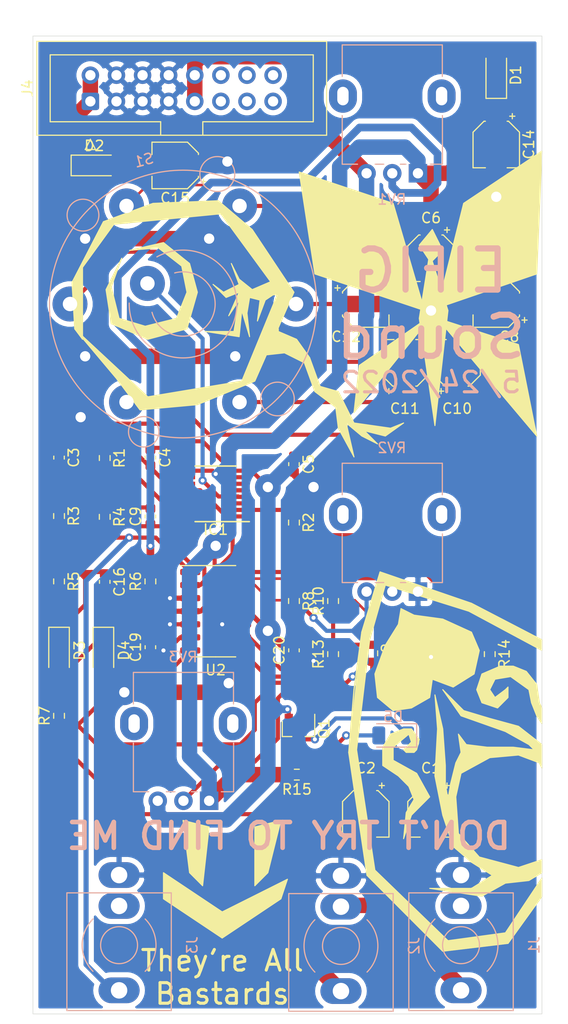
<source format=kicad_pcb>
(kicad_pcb (version 20171130) (host pcbnew "(5.1.10)-1")
  (layers (0 F.Cu signal) (31 B.Cu signal) (34 B.Paste user) (35 F.Paste user) (36 B.SilkS user) (37 F.SilkS user) (38 B.Mask user) (39 F.Mask user) (44 Edge.Cuts user))
  (net 0 "")
  (net 1 "Net-(C1-Pad1)")
  (net 2 "Net-(C1-Pad2)")
  (net 3 "Net-(C2-Pad2)")
  (net 4 "Net-(C2-Pad1)")
  (net 5 GND)
  (net 6 "Net-(C3-Pad2)")
  (net 7 +12V)
  (net 8 -12V)
  (net 9 "Net-(C7-Pad1)")
  (net 10 "Net-(C8-Pad1)")
  (net 11 "Net-(C9-Pad2)")
  (net 12 "Net-(C9-Pad1)")
  (net 13 "Net-(C10-Pad1)")
  (net 14 "Net-(C11-Pad1)")
  (net 15 "Net-(C12-Pad1)")
  (net 16 "Net-(C13-Pad1)")
  (net 17 "Net-(C16-Pad2)")
  (net 18 "Net-(C16-Pad1)")
  (net 19 "Net-(D1-Pad2)")
  (net 20 "Net-(D2-Pad1)")
  (net 21 "Net-(D5-Pad1)")
  (net 22 "Net-(D5-Pad2)")
  (net 23 "Net-(IC1-Pad1)")
  (net 24 "Net-(IC1-Pad2)")
  (net 25 "Net-(IC1-Pad3)")
  (net 26 "Net-(IC1-Pad4)")
  (net 27 RMS_out)
  (net 28 "Net-(IC1-Pad6)")
  (net 29 "Net-(IC1-Pad7)")
  (net 30 "Net-(IC1-Pad10)")
  (net 31 V_Comp)
  (net 32 "Net-(IC1-Pad14)")
  (net 33 "Net-(IC1-Pad15)")
  (net 34 "Net-(IC1-Pad16)")
  (net 35 "Net-(R6-Pad2)")
  (net 36 Threshold_out)
  (net 37 LED_drive)
  (net 38 "Net-(R9-Pad2)")
  (net 39 "Net-(R10-Pad1)")
  (net 40 "Net-(R11-Pad1)")
  (net 41 "Net-(R11-Pad2)")
  (net 42 "Net-(J1-Pad2)")
  (net 43 "Net-(J3-Pad2)")
  (net 44 "Net-(J4-Pad11)")
  (net 45 "Net-(J4-Pad13)")
  (net 46 "Net-(J4-Pad15)")
  (net 47 "Net-(J4-Pad12)")
  (net 48 "Net-(J4-Pad14)")
  (net 49 "Net-(J4-Pad16)")
  (net 50 "Net-(Q1-Pad1)")
  (module Capacitor_SMD:CP_Elec_4x5.3 (layer F.Cu) (at 125.095 116.205 270)
    (fp_text reference C1 (at -4.445 0 180) (layer F.SilkS))
    (fp_text value 10u)
    (pad 1 smd roundrect (at -1.8 0 270) (size 2.6 1.6) (layers F.Cu F.Paste F.Mask) (roundrect_rratio 0.15625) (net 1 "Net-(C1-Pad1)"))
    (pad 2 smd roundrect (at 1.8 0 270) (size 2.6 1.6) (layers F.Cu F.Paste F.Mask) (roundrect_rratio 0.15625) (net 2 "Net-(C1-Pad2)"))
  )
  (module Capacitor_SMD:CP_Elec_4x5.3 (layer F.Cu) (at 118.745 116.205 270)
    (fp_text reference C2 (at -4.445 0 180) (layer F.SilkS))
    (fp_text value 10u)
    (pad 2 smd roundrect (at 1.8 0 270) (size 2.6 1.6) (layers F.Cu F.Paste F.Mask) (roundrect_rratio 0.15625) (net 3 "Net-(C2-Pad2)"))
    (pad 1 smd roundrect (at -1.8 0 270) (size 2.6 1.6) (layers F.Cu F.Paste F.Mask) (roundrect_rratio 0.15625) (net 4 "Net-(C2-Pad1)"))
  )
  (module Capacitor_SMD:CP_Elec_4x5.3 (layer F.Cu) (at 125.095 62.23 270)
    (fp_text reference C6 (at -3.915 0 180) (layer F.SilkS))
    (fp_text value 22u)
    (pad 1 smd roundrect (at -1.8 0 270) (size 2.6 1.6) (layers F.Cu F.Paste F.Mask) (roundrect_rratio 0.15625) (net 7 +12V))
    (pad 2 smd roundrect (at 1.8 0 270) (size 2.6 1.6) (layers F.Cu F.Paste F.Mask) (roundrect_rratio 0.15625) (net 5 GND))
  )
  (module Capacitor_SMD:CP_Elec_4x5.3 (layer F.Cu) (at 131.445 60.96 180)
    (fp_text reference C7 (at -1.27 3.175) (layer F.SilkS))
    (fp_text value 1u)
    (pad 1 smd roundrect (at -1.8 0 180) (size 2.6 1.6) (layers F.Cu F.Paste F.Mask) (roundrect_rratio 0.15625) (net 9 "Net-(C7-Pad1)"))
    (pad 2 smd roundrect (at 1.8 0 180) (size 2.6 1.6) (layers F.Cu F.Paste F.Mask) (roundrect_rratio 0.15625) (net 5 GND))
  )
  (module Capacitor_SMD:CP_Elec_4x5.3 (layer F.Cu) (at 131.445 66.675 180)
    (fp_text reference C8 (at -1.27 -3.175) (layer F.SilkS))
    (fp_text value 3u3)
    (pad 2 smd roundrect (at 1.8 0 180) (size 2.6 1.6) (layers F.Cu F.Paste F.Mask) (roundrect_rratio 0.15625) (net 5 GND))
    (pad 1 smd roundrect (at -1.8 0 180) (size 2.6 1.6) (layers F.Cu F.Paste F.Mask) (roundrect_rratio 0.15625) (net 10 "Net-(C8-Pad1)"))
  )
  (module Capacitor_SMD:CP_Elec_4x5.4 (layer F.Cu) (at 127.635 72.39 90)
    (fp_text reference C10 (at -4.445 0 180) (layer F.SilkS))
    (fp_text value 6u8)
    (pad 1 smd roundrect (at -1.8 0 90) (size 2.6 1.6) (layers F.Cu F.Paste F.Mask) (roundrect_rratio 0.15625) (net 13 "Net-(C10-Pad1)"))
    (pad 2 smd roundrect (at 1.8 0 90) (size 2.6 1.6) (layers F.Cu F.Paste F.Mask) (roundrect_rratio 0.15625) (net 5 GND))
  )
  (module Capacitor_SMD:CP_Elec_4x5.3 (layer F.Cu) (at 122.555 72.39 90)
    (fp_text reference C11 (at -4.445 0 180) (layer F.SilkS))
    (fp_text value 10u)
    (pad 1 smd roundrect (at -1.8 0 90) (size 2.6 1.6) (layers F.Cu F.Paste F.Mask) (roundrect_rratio 0.15625) (net 14 "Net-(C11-Pad1)"))
    (pad 2 smd roundrect (at 1.8 0 90) (size 2.6 1.6) (layers F.Cu F.Paste F.Mask) (roundrect_rratio 0.15625) (net 5 GND))
  )
  (module Capacitor_SMD:CP_Elec_4x5.3 (layer F.Cu) (at 118.745 66.675)
    (fp_text reference C12 (at -1.905 3.175) (layer F.SilkS))
    (fp_text value 22u)
    (pad 2 smd roundrect (at 1.8 0) (size 2.6 1.6) (layers F.Cu F.Paste F.Mask) (roundrect_rratio 0.15625) (net 5 GND))
    (pad 1 smd roundrect (at -1.8 0) (size 2.6 1.6) (layers F.Cu F.Paste F.Mask) (roundrect_rratio 0.15625) (net 15 "Net-(C12-Pad1)"))
  )
  (module Capacitor_SMD:CP_Elec_5x5.3 (layer F.Cu) (at 118.11 60.325)
    (fp_text reference C13 (at -1.905 -3.7) (layer F.SilkS))
    (fp_text value 33u)
    (pad 1 smd roundrect (at -2.2 0) (size 3 1.6) (layers F.Cu F.Paste F.Mask) (roundrect_rratio 0.15625) (net 16 "Net-(C13-Pad1)"))
    (pad 2 smd roundrect (at 2.2 0) (size 3 1.6) (layers F.Cu F.Paste F.Mask) (roundrect_rratio 0.15625) (net 5 GND))
  )
  (module Capacitor_SMD:CP_Elec_4x5.3 (layer F.Cu) (at 131.445 51.181 270)
    (fp_text reference C14 (at 0 -3.175 90) (layer F.SilkS))
    (fp_text value 10u)
    (pad 1 smd roundrect (at -1.8 0 270) (size 2.6 1.6) (layers F.Cu F.Paste F.Mask) (roundrect_rratio 0.15625) (net 7 +12V))
    (pad 2 smd roundrect (at 1.8 0 270) (size 2.6 1.6) (layers F.Cu F.Paste F.Mask) (roundrect_rratio 0.15625) (net 5 GND))
  )
  (module Capacitor_SMD:CP_Elec_4x5.3 (layer F.Cu) (at 100.203 53.213 180)
    (fp_text reference C15 (at 0 -3.175) (layer F.SilkS))
    (fp_text value 10u)
    (pad 2 smd roundrect (at 1.8 0 180) (size 2.6 1.6) (layers F.Cu F.Paste F.Mask) (roundrect_rratio 0.15625) (net 8 -12V))
    (pad 1 smd roundrect (at -1.8 0 180) (size 2.6 1.6) (layers F.Cu F.Paste F.Mask) (roundrect_rratio 0.15625) (net 5 GND))
  )
  (module Diode_SMD:D_SOD-123 (layer F.Cu) (at 131.445 44.45 90)
    (fp_text reference D1 (at 0 1.905 90) (layer F.SilkS))
    (fp_text value B5819W)
    (pad 1 smd rect (at -1.65 0 90) (size 0.9 1.2) (layers F.Cu F.Paste F.Mask) (net 7 +12V))
    (pad 2 smd rect (at 1.65 0 90) (size 0.9 1.2) (layers F.Cu F.Paste F.Mask) (net 19 "Net-(D1-Pad2)"))
  )
  (module Diode_SMD:D_SOD-123 (layer F.Cu) (at 92.328 53.213)
    (fp_text reference D2 (at 0 -1.905) (layer F.SilkS))
    (fp_text value B5819W)
    (pad 2 smd rect (at 1.65 0) (size 0.9 1.2) (layers F.Cu F.Paste F.Mask) (net 8 -12V))
    (pad 1 smd rect (at -1.65 0) (size 0.9 1.2) (layers F.Cu F.Paste F.Mask) (net 20 "Net-(D2-Pad1)"))
  )
  (module LED_SMD:LED_1206_3216Metric (layer B.Cu) (at 121.415 108.585 180)
    (fp_text reference D5 (at 0 1.82) (layer B.SilkS) (effects (justify mirror)))
    (fp_text value LED)
    (pad 1 smd roundrect (at -1.4 0 180) (size 1.25 1.75) (layers B.Cu B.Paste B.Mask) (roundrect_rratio 0.2) (net 21 "Net-(D5-Pad1)"))
    (pad 2 smd roundrect (at 1.4 0 180) (size 1.25 1.75) (layers B.Cu B.Paste B.Mask) (roundrect_rratio 0.2) (net 22 "Net-(D5-Pad2)"))
  )
  (module Package_SO:SSOP-16_3.9x4.9mm_P0.635mm (layer F.Cu) (at 104.14 85.09 180)
    (fp_text reference IC1 (at 0 -3.5) (layer F.SilkS))
    (fp_text value THAT4305Q16-U)
    (pad 1 smd rect (at -2.6 -2.2225 180) (size 1.2 0.4) (layers F.Cu F.Paste F.Mask) (net 23 "Net-(IC1-Pad1)"))
    (pad 2 smd rect (at -2.6 -1.5875 180) (size 1.2 0.4) (layers F.Cu F.Paste F.Mask) (net 24 "Net-(IC1-Pad2)"))
    (pad 3 smd rect (at -2.6 -0.9525 180) (size 1.2 0.4) (layers F.Cu F.Paste F.Mask) (net 25 "Net-(IC1-Pad3)"))
    (pad 4 smd rect (at -2.6 -0.3175 180) (size 1.2 0.4) (layers F.Cu F.Paste F.Mask) (net 26 "Net-(IC1-Pad4)"))
    (pad 5 smd rect (at -2.6 0.3175 180) (size 1.2 0.4) (layers F.Cu F.Paste F.Mask) (net 27 RMS_out))
    (pad 6 smd rect (at -2.6 0.9525 180) (size 1.2 0.4) (layers F.Cu F.Paste F.Mask) (net 28 "Net-(IC1-Pad6)"))
    (pad 7 smd rect (at -2.6 1.5875 180) (size 1.2 0.4) (layers F.Cu F.Paste F.Mask) (net 29 "Net-(IC1-Pad7)"))
    (pad 8 smd rect (at -2.6 2.2225 180) (size 1.2 0.4) (layers F.Cu F.Paste F.Mask) (net 8 -12V))
    (pad 9 smd rect (at 2.6 2.2225 180) (size 1.2 0.4) (layers F.Cu F.Paste F.Mask) (net 7 +12V))
    (pad 10 smd rect (at 2.6 1.5875 180) (size 1.2 0.4) (layers F.Cu F.Paste F.Mask) (net 30 "Net-(IC1-Pad10)"))
    (pad 11 smd rect (at 2.6 0.9525 180) (size 1.2 0.4) (layers F.Cu F.Paste F.Mask) (net 5 GND))
    (pad 12 smd rect (at 2.6 0.3175 180) (size 1.2 0.4) (layers F.Cu F.Paste F.Mask) (net 31 V_Comp))
    (pad 13 smd rect (at 2.6 -0.3175 180) (size 1.2 0.4) (layers F.Cu F.Paste F.Mask) (net 12 "Net-(C9-Pad1)"))
    (pad 14 smd rect (at 2.6 -0.9525 180) (size 1.2 0.4) (layers F.Cu F.Paste F.Mask) (net 32 "Net-(IC1-Pad14)"))
    (pad 15 smd rect (at 2.6 -1.5875 180) (size 1.2 0.4) (layers F.Cu F.Paste F.Mask) (net 33 "Net-(IC1-Pad15)"))
    (pad 16 smd rect (at 2.6 -2.2225 180) (size 1.2 0.4) (layers F.Cu F.Paste F.Mask) (net 34 "Net-(IC1-Pad16)"))
  )
  (module Switch_THT:SR2616F-0106 (layer B.Cu) (at 100.965 66.675 285)
    (fp_text reference S1 (at -14.480084 0.064475 195) (layer B.SilkS) (effects (justify mirror)))
    (fp_text value SR2616F-0106-18F5B-D8-N)
    (pad A1 thru_hole circle (at -2.828 2.828 285) (size 3.4 3.4) (drill 1.4) (layers *.Cu *.Mask) (net 26 "Net-(IC1-Pad4)"))
    (pad 1 thru_hole circle (at -10.625 2.847 285) (size 3.4 3.4) (drill 1.4) (layers *.Cu *.Mask) (net 9 "Net-(C7-Pad1)"))
    (pad 3 thru_hole circle (at -2.847 10.625 285) (size 3.4 3.4) (drill 1.4) (layers *.Cu *.Mask) (net 10 "Net-(C8-Pad1)"))
    (pad 5 thru_hole circle (at 7.778 7.778 285) (size 3.4 3.4) (drill 1.4) (layers *.Cu *.Mask) (net 13 "Net-(C10-Pad1)"))
    (pad 7 thru_hole circle (at 10.625 -2.847 285) (size 3.4 3.4) (drill 1.4) (layers *.Cu *.Mask) (net 14 "Net-(C11-Pad1)"))
    (pad 9 thru_hole circle (at 2.847 -10.625 285) (size 3.4 3.4) (drill 1.4) (layers *.Cu *.Mask) (net 15 "Net-(C12-Pad1)"))
    (pad 11 thru_hole circle (at -7.778 -7.778 285) (size 3.4 3.4) (drill 1.4) (layers *.Cu *.Mask) (net 16 "Net-(C13-Pad1)"))
  )
  (module Package_SO:SOIC-14_3.9x8.7mm_P1.27mm (layer F.Cu) (at 104.14 96.52)
    (fp_text reference U2 (at 0 5.715) (layer F.SilkS))
    (fp_text value TL074)
    (pad 1 smd roundrect (at -2.475 -3.81) (size 1.95 0.6) (layers F.Cu F.Paste F.Mask) (net 11 "Net-(C9-Pad2)"))
    (pad 2 smd roundrect (at -2.475 -2.54) (size 1.95 0.6) (layers F.Cu F.Paste F.Mask) (net 12 "Net-(C9-Pad1)"))
    (pad 3 smd roundrect (at -2.475 -1.27) (size 1.95 0.6) (layers F.Cu F.Paste F.Mask) (net 5 GND))
    (pad 4 smd roundrect (at -2.475 0) (size 1.95 0.6) (layers F.Cu F.Paste F.Mask) (net 7 +12V))
    (pad 5 smd roundrect (at -2.475 1.27) (size 1.95 0.6) (layers F.Cu F.Paste F.Mask) (net 5 GND))
    (pad 6 smd roundrect (at -2.475 2.54) (size 1.95 0.6) (layers F.Cu F.Paste F.Mask) (net 18 "Net-(C16-Pad1)"))
    (pad 7 smd roundrect (at -2.475 3.81) (size 1.95 0.6) (layers F.Cu F.Paste F.Mask) (net 17 "Net-(C16-Pad2)"))
    (pad 8 smd roundrect (at 2.475 3.81) (size 1.95 0.6) (layers F.Cu F.Paste F.Mask) (net 31 V_Comp))
    (pad 9 smd roundrect (at 2.475 2.54) (size 1.95 0.6) (layers F.Cu F.Paste F.Mask) (net 39 "Net-(R10-Pad1)"))
    (pad 10 smd roundrect (at 2.475 1.27) (size 1.95 0.6) (layers F.Cu F.Paste F.Mask) (net 5 GND))
    (pad 11 smd roundrect (at 2.475 0) (size 1.95 0.6) (layers F.Cu F.Paste F.Mask) (net 8 -12V))
    (pad 12 smd roundrect (at 2.475 -1.27) (size 1.95 0.6) (layers F.Cu F.Paste F.Mask) (net 37 LED_drive))
    (pad 13 smd roundrect (at 2.475 -2.54) (size 1.95 0.6) (layers F.Cu F.Paste F.Mask) (net 40 "Net-(R11-Pad1)"))
    (pad 14 smd roundrect (at 2.475 -3.81) (size 1.95 0.6) (layers F.Cu F.Paste F.Mask) (net 41 "Net-(R11-Pad2)"))
  )
  (module Potentiometer_THT:Potentiometer_Alpha_RD901F-40-00D_Single_Vertical (layer B.Cu) (at 123.825 53.975 90)
    (fp_text reference RV1 (at -2.54 -2.54) (layer B.SilkS) (effects (justify mirror)))
    (fp_text value 10k)
    (pad "" thru_hole oval (at 7.5 2.3) (size 2.72 3.24) (drill oval 1.1 1.8) (layers *.Cu *.Mask))
    (pad "" thru_hole oval (at 7.5 -7.3) (size 2.72 3.24) (drill oval 1.1 1.8) (layers *.Cu *.Mask))
    (pad 3 thru_hole circle (at 0 -5) (size 1.8 1.8) (drill 1) (layers *.Cu *.Mask) (net 8 -12V))
    (pad 2 thru_hole circle (at 0 -2.5) (size 1.8 1.8) (drill 1) (layers *.Cu *.Mask) (net 35 "Net-(R6-Pad2)"))
    (pad 1 thru_hole rect (at 0 0) (size 1.8 1.8) (drill 1) (layers *.Cu *.Mask) (net 7 +12V))
  )
  (module Potentiometer_THT:Potentiometer_Alpha_RD901F-40-00D_Single_Vertical (layer B.Cu) (at 123.825 94.615 90)
    (fp_text reference RV2 (at 13.97 -2.54) (layer B.SilkS) (effects (justify mirror)))
    (fp_text value 10k)
    (pad "" thru_hole oval (at 7.5 2.3) (size 2.72 3.24) (drill oval 1.1 1.8) (layers *.Cu *.Mask))
    (pad "" thru_hole oval (at 7.5 -7.3) (size 2.72 3.24) (drill oval 1.1 1.8) (layers *.Cu *.Mask))
    (pad 3 thru_hole circle (at 0 -5) (size 1.8 1.8) (drill 1) (layers *.Cu *.Mask) (net 36 Threshold_out))
    (pad 2 thru_hole circle (at 0 -2.5) (size 1.8 1.8) (drill 1) (layers *.Cu *.Mask) (net 37 LED_drive))
    (pad 1 thru_hole rect (at 0 0) (size 1.8 1.8) (drill 1) (layers *.Cu *.Mask) (net 5 GND))
  )
  (module Potentiometer_THT:Potentiometer_Alpha_RD901F-40-00D_Single_Vertical (layer B.Cu) (at 103.505 114.935 90)
    (fp_text reference RV3 (at 13.97 -2.54) (layer B.SilkS) (effects (justify mirror)))
    (fp_text value 10k)
    (pad 1 thru_hole rect (at 0 0) (size 1.8 1.8) (drill 1) (layers *.Cu *.Mask) (net 7 +12V))
    (pad 2 thru_hole circle (at 0 -2.5) (size 1.8 1.8) (drill 1) (layers *.Cu *.Mask) (net 38 "Net-(R9-Pad2)"))
    (pad 3 thru_hole circle (at 0 -5) (size 1.8 1.8) (drill 1) (layers *.Cu *.Mask) (net 8 -12V))
    (pad "" thru_hole oval (at 7.5 -7.3) (size 2.72 3.24) (drill oval 1.1 1.8) (layers *.Cu *.Mask))
    (pad "" thru_hole oval (at 7.5 2.3) (size 2.72 3.24) (drill oval 1.1 1.8) (layers *.Cu *.Mask))
  )
  (module Capacitor_SMD:C_0603_1608Metric (layer F.Cu) (at 88.9 81.595 270)
    (fp_text reference C3 (at 0 -1.43 90) (layer F.SilkS))
    (fp_text value 100p)
    (pad 1 smd roundrect (at -0.775 0 270) (size 0.9 0.95) (layers F.Cu F.Paste F.Mask) (net 5 GND))
    (pad 2 smd roundrect (at 0.775 0 270) (size 0.9 0.95) (layers F.Cu F.Paste F.Mask) (net 6 "Net-(C3-Pad2)"))
  )
  (module Capacitor_SMD:C_0603_1608Metric (layer F.Cu) (at 97.79 81.6 270)
    (fp_text reference C4 (at 0 -1.43 90) (layer F.SilkS))
    (fp_text value 100n)
    (pad 2 smd roundrect (at 0.775 0 270) (size 0.9 0.95) (layers F.Cu F.Paste F.Mask) (net 5 GND))
    (pad 1 smd roundrect (at -0.775 0 270) (size 0.9 0.95) (layers F.Cu F.Paste F.Mask) (net 7 +12V))
  )
  (module Capacitor_SMD:C_0603_1608Metric (layer F.Cu) (at 111.76 82.23 270)
    (fp_text reference C5 (at 0 -1.43 90) (layer F.SilkS))
    (fp_text value 100n)
    (pad 1 smd roundrect (at -0.775 0 270) (size 0.9 0.95) (layers F.Cu F.Paste F.Mask) (net 8 -12V))
    (pad 2 smd roundrect (at 0.775 0 270) (size 0.9 0.95) (layers F.Cu F.Paste F.Mask) (net 5 GND))
  )
  (module Capacitor_SMD:C_0603_1608Metric (layer F.Cu) (at 97.79 87.315 90)
    (fp_text reference C9 (at 0 -1.43 90) (layer F.SilkS))
    (fp_text value 22p)
    (pad 1 smd roundrect (at -0.775 0 90) (size 0.9 0.95) (layers F.Cu F.Paste F.Mask) (net 12 "Net-(C9-Pad1)"))
    (pad 2 smd roundrect (at 0.775 0 90) (size 0.9 0.95) (layers F.Cu F.Paste F.Mask) (net 11 "Net-(C9-Pad2)"))
  )
  (module Capacitor_SMD:C_0603_1608Metric (layer F.Cu) (at 93.345 93.665 270)
    (fp_text reference C16 (at 0 -1.43 90) (layer F.SilkS))
    (fp_text value 22p)
    (pad 2 smd roundrect (at 0.775 0 270) (size 0.9 0.95) (layers F.Cu F.Paste F.Mask) (net 17 "Net-(C16-Pad2)"))
    (pad 1 smd roundrect (at -0.775 0 270) (size 0.9 0.95) (layers F.Cu F.Paste F.Mask) (net 18 "Net-(C16-Pad1)"))
  )
  (module Capacitor_SMD:C_0603_1608Metric (layer F.Cu) (at 97.79 100.015 90)
    (fp_text reference C19 (at 0 -1.43 90) (layer F.SilkS))
    (fp_text value 100n)
    (pad 2 smd roundrect (at 0.775 0 90) (size 0.9 0.95) (layers F.Cu F.Paste F.Mask) (net 7 +12V))
    (pad 1 smd roundrect (at -0.775 0 90) (size 0.9 0.95) (layers F.Cu F.Paste F.Mask) (net 5 GND))
  )
  (module Capacitor_SMD:C_0603_1608Metric (layer F.Cu) (at 111.76 100.317 90)
    (fp_text reference C20 (at 0 -1.43 90) (layer F.SilkS))
    (fp_text value 100n)
    (pad 1 smd roundrect (at -0.775 0 90) (size 0.9 0.95) (layers F.Cu F.Paste F.Mask) (net 5 GND))
    (pad 2 smd roundrect (at 0.775 0 90) (size 0.9 0.95) (layers F.Cu F.Paste F.Mask) (net 8 -12V))
  )
  (module Resistor_SMD:R_0603_1608Metric (layer F.Cu) (at 93.345 81.6375 270)
    (fp_text reference R1 (at 0 -1.43 90) (layer F.SilkS))
    (fp_text value 20k)
    (pad 1 smd roundrect (at -0.825 0 270) (size 0.8 0.95) (layers F.Cu F.Paste F.Mask) (net 33 "Net-(IC1-Pad15)"))
    (pad 2 smd roundrect (at 0.825 0 270) (size 0.8 0.95) (layers F.Cu F.Paste F.Mask) (net 1 "Net-(C1-Pad1)"))
  )
  (module Resistor_SMD:R_0603_1608Metric (layer F.Cu) (at 111.76 87.9075 270)
    (fp_text reference R2 (at 0 -1.43 90) (layer F.SilkS))
    (fp_text value 33k)
    (pad 2 smd roundrect (at 0.825 0 270) (size 0.8 0.95) (layers F.Cu F.Paste F.Mask) (net 4 "Net-(C2-Pad1)"))
    (pad 1 smd roundrect (at -0.825 0 270) (size 0.8 0.95) (layers F.Cu F.Paste F.Mask) (net 24 "Net-(IC1-Pad2)"))
  )
  (module Resistor_SMD:R_0603_1608Metric (layer F.Cu) (at 88.9 87.2725 270)
    (fp_text reference R3 (at 0 -1.43 90) (layer F.SilkS))
    (fp_text value 6k2)
    (pad 1 smd roundrect (at -0.825 0 270) (size 0.8 0.95) (layers F.Cu F.Paste F.Mask) (net 33 "Net-(IC1-Pad15)"))
    (pad 2 smd roundrect (at 0.825 0 270) (size 0.8 0.95) (layers F.Cu F.Paste F.Mask) (net 6 "Net-(C3-Pad2)"))
  )
  (module Resistor_SMD:R_0603_1608Metric (layer F.Cu) (at 93.345 87.3525 270)
    (fp_text reference R4 (at 0 -1.43 90) (layer F.SilkS))
    (fp_text value 20k)
    (pad 2 smd roundrect (at 0.825 0 270) (size 0.8 0.95) (layers F.Cu F.Paste F.Mask) (net 12 "Net-(C9-Pad1)"))
    (pad 1 smd roundrect (at -0.825 0 270) (size 0.8 0.95) (layers F.Cu F.Paste F.Mask) (net 11 "Net-(C9-Pad2)"))
  )
  (module Resistor_SMD:R_0603_1608Metric (layer F.Cu) (at 88.9 93.6225 270)
    (fp_text reference R5 (at 0 -1.43 90) (layer F.SilkS))
    (fp_text value 5k1)
    (pad 2 smd roundrect (at 0.825 0 270) (size 0.8 0.95) (layers F.Cu F.Paste F.Mask) (net 27 RMS_out))
    (pad 1 smd roundrect (at -0.825 0 270) (size 0.8 0.95) (layers F.Cu F.Paste F.Mask) (net 18 "Net-(C16-Pad1)"))
  )
  (module Resistor_SMD:R_0603_1608Metric (layer F.Cu) (at 97.79 93.6225 90)
    (fp_text reference R6 (at 0 -1.43 90) (layer F.SilkS))
    (fp_text value 360k)
    (pad 1 smd roundrect (at -0.825 0 90) (size 0.8 0.95) (layers F.Cu F.Paste F.Mask) (net 18 "Net-(C16-Pad1)"))
    (pad 2 smd roundrect (at 0.825 0 90) (size 0.8 0.95) (layers F.Cu F.Paste F.Mask) (net 35 "Net-(R6-Pad2)"))
  )
  (module Resistor_SMD:R_0603_1608Metric (layer F.Cu) (at 88.9 106.68 90)
    (fp_text reference R7 (at 0 -1.43 90) (layer F.SilkS))
    (fp_text value 10k)
    (pad 1 smd roundrect (at -0.825 0 90) (size 0.8 0.95) (layers F.Cu F.Paste F.Mask) (net 36 Threshold_out))
    (pad 2 smd roundrect (at 0.825 0 90) (size 0.8 0.95) (layers F.Cu F.Paste F.Mask) (net 18 "Net-(C16-Pad1)"))
  )
  (module Resistor_SMD:R_0603_1608Metric (layer F.Cu) (at 111.76 95.5275 270)
    (fp_text reference R8 (at 0 -1.43 90) (layer F.SilkS))
    (fp_text value 1k43)
    (pad 2 smd roundrect (at 0.825 0 270) (size 0.8 0.95) (layers F.Cu F.Paste F.Mask) (net 36 Threshold_out))
    (pad 1 smd roundrect (at -0.825 0 270) (size 0.8 0.95) (layers F.Cu F.Paste F.Mask) (net 37 LED_drive))
  )
  (module Resistor_SMD:R_0603_1608Metric (layer F.Cu) (at 119.38 100.6075 270)
    (fp_text reference R9 (at 0 -1.43 90) (layer F.SilkS))
    (fp_text value 487k)
    (pad 2 smd roundrect (at 0.825 0 270) (size 0.8 0.95) (layers F.Cu F.Paste F.Mask) (net 38 "Net-(R9-Pad2)"))
    (pad 1 smd roundrect (at -0.825 0 270) (size 0.8 0.95) (layers F.Cu F.Paste F.Mask) (net 39 "Net-(R10-Pad1)"))
  )
  (module Resistor_SMD:R_0603_1608Metric (layer F.Cu) (at 115.57 95.5275 90)
    (fp_text reference R10 (at 0 -1.43 90) (layer F.SilkS))
    (fp_text value 10k)
    (pad 1 smd roundrect (at -0.825 0 90) (size 0.8 0.95) (layers F.Cu F.Paste F.Mask) (net 39 "Net-(R10-Pad1)"))
    (pad 2 smd roundrect (at 0.825 0 90) (size 0.8 0.95) (layers F.Cu F.Paste F.Mask) (net 37 LED_drive))
  )
  (module Resistor_SMD:R_0603_1608Metric (layer F.Cu) (at 123.19 100.6075 90)
    (fp_text reference R11 (at 0 -1.43 90) (layer F.SilkS))
    (fp_text value 100k)
    (pad 2 smd roundrect (at 0.825 0 90) (size 0.8 0.95) (layers F.Cu F.Paste F.Mask) (net 41 "Net-(R11-Pad2)"))
    (pad 1 smd roundrect (at -0.825 0 90) (size 0.8 0.95) (layers F.Cu F.Paste F.Mask) (net 40 "Net-(R11-Pad1)"))
  )
  (module Resistor_SMD:R_0603_1608Metric (layer F.Cu) (at 127 100.6875 90)
    (fp_text reference R12 (at 0 -1.43 90) (layer F.SilkS))
    (fp_text value 5k)
    (pad 1 smd roundrect (at -0.825 0 90) (size 0.8 0.95) (layers F.Cu F.Paste F.Mask) (net 5 GND))
    (pad 2 smd roundrect (at 0.825 0 90) (size 0.8 0.95) (layers F.Cu F.Paste F.Mask) (net 40 "Net-(R11-Pad1)"))
  )
  (module Resistor_SMD:R_0603_1608Metric (layer F.Cu) (at 115.57 100.6875 90)
    (fp_text reference R13 (at 0 -1.43 90) (layer F.SilkS))
    (fp_text value 5k1)
    (pad 1 smd roundrect (at -0.825 0 90) (size 0.8 0.95) (layers F.Cu F.Paste F.Mask) (net 31 V_Comp))
    (pad 2 smd roundrect (at 0.825 0 90) (size 0.8 0.95) (layers F.Cu F.Paste F.Mask) (net 39 "Net-(R10-Pad1)"))
  )
  (module Resistor_SMD:R_0603_1608Metric (layer F.Cu) (at 130.81 100.6875 270)
    (fp_text reference R14 (at 0 -1.43 90) (layer F.SilkS))
    (fp_text value 10k)
    (pad 1 smd roundrect (at -0.825 0 270) (size 0.8 0.95) (layers F.Cu F.Paste F.Mask) (net 41 "Net-(R11-Pad2)"))
    (pad 2 smd roundrect (at 0.825 0 270) (size 0.8 0.95) (layers F.Cu F.Paste F.Mask) (net 50 "Net-(Q1-Pad1)"))
  )
  (module Resistor_SMD:R_0603_1608Metric (layer F.Cu) (at 112.0375 112.395 180)
    (fp_text reference R15 (at 0 -1.43) (layer F.SilkS))
    (fp_text value 1k)
    (pad 2 smd roundrect (at 0.825 0 180) (size 0.8 0.95) (layers F.Cu F.Paste F.Mask) (net 7 +12V))
    (pad 1 smd roundrect (at -0.825 0 180) (size 0.8 0.95) (layers F.Cu F.Paste F.Mask) (net 22 "Net-(D5-Pad2)"))
  )
  (module Diode_SMD:D_SOD-123 (layer F.Cu) (at 88.9 100.33 270)
    (fp_text reference D3 (at 0 -2 90) (layer F.SilkS))
    (fp_text value 1N4148)
    (pad 1 smd rect (at -1.65 0 270) (size 0.9 1.2) (layers F.Cu F.Paste F.Mask) (net 18 "Net-(C16-Pad1)"))
    (pad 2 smd rect (at 1.65 0 270) (size 0.9 1.2) (layers F.Cu F.Paste F.Mask) (net 17 "Net-(C16-Pad2)"))
  )
  (module Diode_SMD:D_SOD-123 (layer F.Cu) (at 93.218 100.33 270)
    (fp_text reference D4 (at 0 -2 90) (layer F.SilkS))
    (fp_text value 1N4148)
    (pad 2 smd rect (at 1.65 0 270) (size 0.9 1.2) (layers F.Cu F.Paste F.Mask) (net 36 Threshold_out))
    (pad 1 smd rect (at -1.65 0 270) (size 0.9 1.2) (layers F.Cu F.Paste F.Mask) (net 17 "Net-(C16-Pad2)"))
  )
  (module Connector_Audio:PJ-3001_Mono_Phone (layer B.Cu) (at 138.176 125.15 90)
    (fp_text reference J1 (at -3.81 -3.04 270) (layer B.SilkS) (effects (justify mirror)))
    (fp_text value PJ301_THONKICONN)
    (pad 1 thru_hole oval (at 3 -10.16 90) (size 2.5 4) (drill 1.6) (layers *.Cu *.Mask) (net 5 GND))
    (pad 2 thru_hole oval (at 0 -10.16 90) (size 2.5 4) (drill 1.6) (layers *.Cu *.Mask) (net 42 "Net-(J1-Pad2)"))
    (pad 3 thru_hole oval (at -8.2 -10.16 90) (size 2.5 4) (drill 1.6) (layers *.Cu *.Mask) (net 2 "Net-(C1-Pad2)"))
  )
  (module Connector_Audio:PJ-3001_Mono_Phone (layer B.Cu) (at 126.492 125.222 90)
    (fp_text reference J2 (at -3.81 -3.04 270) (layer B.SilkS) (effects (justify mirror)))
    (fp_text value PJ301_THONKICONN)
    (pad 3 thru_hole oval (at -8.2 -10.16 90) (size 2.5 4) (drill 1.6) (layers *.Cu *.Mask) (net 3 "Net-(C2-Pad2)"))
    (pad 2 thru_hole oval (at 0 -10.16 90) (size 2.5 4) (drill 1.6) (layers *.Cu *.Mask) (net 2 "Net-(C1-Pad2)"))
    (pad 1 thru_hole oval (at 3 -10.16 90) (size 2.5 4) (drill 1.6) (layers *.Cu *.Mask) (net 5 GND))
  )
  (module Connector_Audio:PJ-3001_Mono_Phone (layer B.Cu) (at 104.902 125.15 90)
    (fp_text reference J3 (at -3.81 -3.04 270) (layer B.SilkS) (effects (justify mirror)))
    (fp_text value PJ301_THONKICONN)
    (pad 3 thru_hole oval (at -8.2 -10.16 90) (size 2.5 4) (drill 1.6) (layers *.Cu *.Mask) (net 11 "Net-(C9-Pad2)"))
    (pad 2 thru_hole oval (at 0 -10.16 90) (size 2.5 4) (drill 1.6) (layers *.Cu *.Mask) (net 43 "Net-(J3-Pad2)"))
    (pad 1 thru_hole oval (at 3 -10.16 90) (size 2.5 4) (drill 1.6) (layers *.Cu *.Mask) (net 5 GND))
  )
  (module Connector_IDC:IDC-Header_2x08_P2.54mm_Vertical (layer F.Cu) (at 91.948 46.99 90)
    (fp_text reference J4 (at 1.27 -6.1 90) (layer F.SilkS))
    (fp_text value Conn_02x08_Odd_Even)
    (pad 1 thru_hole roundrect (at 0 0 90) (size 1.7 1.7) (drill 1) (layers *.Cu *.Mask) (roundrect_rratio 0.1470588235294118) (net 20 "Net-(D2-Pad1)"))
    (pad 3 thru_hole circle (at 0 2.54 90) (size 1.7 1.7) (drill 1) (layers *.Cu *.Mask) (net 5 GND))
    (pad 5 thru_hole circle (at 0 5.08 90) (size 1.7 1.7) (drill 1) (layers *.Cu *.Mask) (net 5 GND))
    (pad 7 thru_hole circle (at 0 7.62 90) (size 1.7 1.7) (drill 1) (layers *.Cu *.Mask) (net 5 GND))
    (pad 9 thru_hole circle (at 0 10.16 90) (size 1.7 1.7) (drill 1) (layers *.Cu *.Mask) (net 19 "Net-(D1-Pad2)"))
    (pad 11 thru_hole circle (at 0 12.7 90) (size 1.7 1.7) (drill 1) (layers *.Cu *.Mask) (net 44 "Net-(J4-Pad11)"))
    (pad 13 thru_hole circle (at 0 15.24 90) (size 1.7 1.7) (drill 1) (layers *.Cu *.Mask) (net 45 "Net-(J4-Pad13)"))
    (pad 15 thru_hole circle (at 0 17.78 90) (size 1.7 1.7) (drill 1) (layers *.Cu *.Mask) (net 46 "Net-(J4-Pad15)"))
    (pad 2 thru_hole circle (at 2.54 0 90) (size 1.7 1.7) (drill 1) (layers *.Cu *.Mask) (net 20 "Net-(D2-Pad1)"))
    (pad 4 thru_hole circle (at 2.54 2.54 90) (size 1.7 1.7) (drill 1) (layers *.Cu *.Mask) (net 5 GND))
    (pad 6 thru_hole circle (at 2.54 5.08 90) (size 1.7 1.7) (drill 1) (layers *.Cu *.Mask) (net 5 GND))
    (pad 8 thru_hole circle (at 2.54 7.62 90) (size 1.7 1.7) (drill 1) (layers *.Cu *.Mask) (net 5 GND))
    (pad 10 thru_hole circle (at 2.54 10.16 90) (size 1.7 1.7) (drill 1) (layers *.Cu *.Mask) (net 19 "Net-(D1-Pad2)"))
    (pad 12 thru_hole circle (at 2.54 12.7 90) (size 1.7 1.7) (drill 1) (layers *.Cu *.Mask) (net 47 "Net-(J4-Pad12)"))
    (pad 14 thru_hole circle (at 2.54 15.24 90) (size 1.7 1.7) (drill 1) (layers *.Cu *.Mask) (net 48 "Net-(J4-Pad14)"))
    (pad 16 thru_hole circle (at 2.54 17.78 90) (size 1.7 1.7) (drill 1) (layers *.Cu *.Mask) (net 49 "Net-(J4-Pad16)"))
  )
  (module Package_TO_SOT_SMD:SOT-23 (layer F.Cu) (at 112.202 107.934 270)
    (fp_text reference Q1 (at 0 -2.5 90) (layer F.SilkS))
    (fp_text value MMBT3904)
    (pad 1 smd rect (at -1 -0.95 270) (size 0.9 0.8) (layers F.Cu F.Paste F.Mask) (net 50 "Net-(Q1-Pad1)"))
    (pad 2 smd rect (at -1 0.95 270) (size 0.9 0.8) (layers F.Cu F.Paste F.Mask) (net 8 -12V))
    (pad 3 smd rect (at 1 0 270) (size 0.9 0.8) (layers F.Cu F.Paste F.Mask) (net 21 "Net-(D5-Pad1)"))
  )
  (gr_poly (pts (xy 134.366 102.362) (xy 135.382 103.632) (xy 135.636 105.41) (xy 135.89 105.918) (xy 135.89 107.442) (xy 135.382 106.68) (xy 134.874 105.41) (xy 134.62 104.14) (xy 132.842 102.87) (xy 131.318 103.124) (xy 130.81 104.14) (xy 131.318 104.902) (xy 132.334 104.14) (xy 132.588 103.886) (xy 132.588 104.902) (xy 131.572 105.918) (xy 130.048 105.41) (xy 129.54 104.14) (xy 130.048 102.616) (xy 131.826 101.854) (xy 133.096 101.854)) (layer F.SilkS) (width 0.1))
  (gr_poly (pts (xy 123.952 108.966) (xy 123.698 109.982) (xy 123.444 110.236) (xy 122.682 110.236) (xy 122.428 109.982) (xy 123.19 109.22) (xy 122.936 108.458) (xy 121.412 109.728) (xy 121.412 110.998) (xy 123.698 112.268) (xy 124.968 114.554) (xy 123.19 116.332) (xy 122.428 118.618) (xy 122.682 116.078) (xy 123.444 114.808) (xy 122.936 113.538) (xy 121.92 112.522) (xy 120.396 111.506) (xy 120.396 109.728) (xy 121.158 108.458) (xy 122.428 107.95) (xy 123.19 107.95)) (layer F.SilkS) (width 0.1))
  (gr_poly (pts (xy 123.444 96.901) (xy 126.238 97.282) (xy 129.032 98.552) (xy 129.794 100.33) (xy 129.286 102.616) (xy 127.254 103.886) (xy 125.222 103.124) (xy 124.968 104.902) (xy 123.19 105.918) (xy 121.412 106.172) (xy 119.888 104.902) (xy 119.634 102.616) (xy 120.65 99.822) (xy 121.92 97.79) (xy 122.174 96.266)) (layer F.SilkS) (width 0.1))
  (gr_poly (pts (xy 128.27 106.172) (xy 130.81 106.934) (xy 133.604 107.696) (xy 135.89 109.474) (xy 135.89 111.76) (xy 135.636 111.252) (xy 133.604 110.49) (xy 130.81 110.744) (xy 128.016 112.268) (xy 127.508 114.554) (xy 127.762 118.11) (xy 129.794 120.396) (xy 133.604 121.412) (xy 135.89 120.65) (xy 135.89 121.92) (xy 134.62 122.682) (xy 132.334 122.936) (xy 130.048 124.206) (xy 124.968 123.444) (xy 129.032 123.444) (xy 131.064 122.174) (xy 129.032 120.904) (xy 127.254 119.38) (xy 126.238 116.332) (xy 125.476 112.522) (xy 125.73 107.95) (xy 125.476 104.648) (xy 126.238 107.95) (xy 126.492 111.506) (xy 126.492 113.284) (xy 126.746 114.808) (xy 127 113.284) (xy 127.508 111.252) (xy 128.016 110.236) (xy 127.762 108.458) (xy 128.524 109.474) (xy 130.556 109.728) (xy 133.096 109.728) (xy 135.128 109.982) (xy 134.62 109.474) (xy 132.334 108.204) (xy 128.016 106.68) (xy 126.238 104.14)) (layer F.SilkS) (width 0.1))
  (gr_poly (pts (xy 129.032 95.758) (xy 135.89 99.314) (xy 135.89 100.33) (xy 128.778 96.52) (xy 120.65 93.98) (xy 119.126 99.314) (xy 117.856 109.982) (xy 119.634 121.666) (xy 126.746 128.524) (xy 132.334 127.762) (xy 135.89 122.428) (xy 135.89 124.206) (xy 132.588 128.778) (xy 126.238 129.54) (xy 118.872 122.174) (xy 117.094 110.236) (xy 118.364 98.552) (xy 120.142 92.71)) (layer F.SilkS) (width 0.1))
  (gr_line (start 129.032 95.758) (end 120.142 92.71) (layer F.SilkS) (width 0.12))
  (gr_line (start 132.588 128.778) (end 135.89 124.206) (layer F.SilkS) (width 0.12))
  (gr_line (start 126.238 129.54) (end 132.588 128.778) (layer F.SilkS) (width 0.12))
  (gr_line (start 118.872 122.174) (end 126.238 129.54) (layer F.SilkS) (width 0.12))
  (gr_line (start 117.094 110.236) (end 118.872 122.174) (layer F.SilkS) (width 0.12))
  (gr_line (start 117.602 104.14) (end 118.364 98.552) (layer F.SilkS) (width 0.12))
  (gr_line (start 117.602 104.14) (end 117.094 110.236) (layer F.SilkS) (width 0.12))
  (gr_line (start 120.142 92.71) (end 118.364 98.552) (layer F.SilkS) (width 0.12))
  (gr_line (start 135.89 99.314) (end 129.032 95.758) (layer F.SilkS) (width 0.12))
  (gr_poly (pts (xy 126.238 61.468) (xy 124.968 62.738) (xy 124.968 62.484) (xy 123.952 60.96) (xy 125.222 59.436)) (layer F.SilkS) (width 0.1))
  (gr_poly (pts (xy 126.746 67.31) (xy 125.476 78.486) (xy 123.952 68.072) (xy 124.968 61.722)) (layer F.SilkS) (width 0.1))
  (gr_poly (pts (xy 117.602 77.216) (xy 118.11 72.644) (xy 124.714 68.072) (xy 124.968 68.072)) (layer F.SilkS) (width 0.1))
  (gr_poly (pts (xy 133.604 70.612) (xy 135.382 79.502) (xy 125.73 68.072)) (layer F.SilkS) (width 0.1))
  (gr_poly (pts (xy 135.382 63.754) (xy 125.73 67.056) (xy 128.27 56.896) (xy 135.89 51.816)) (layer F.SilkS) (width 0.1))
  (gr_poly (pts (xy 121.412 56.896) (xy 124.46 67.31) (xy 113.792 63.754) (xy 112.268 53.848)) (layer F.SilkS) (width 0.1))
  (gr_poly (pts (xy 111.252 71.374) (xy 108.966 71.628) (xy 109.728 69.85)) (layer F.SilkS) (width 0.1))
  (gr_poly (pts (xy 110.236 69.342) (xy 112.014 70.104) (xy 113.284 71.882) (xy 114.3 74.676) (xy 116.078 75.184) (xy 117.602 78.232) (xy 121.158 78.74) (xy 122.428 78.232) (xy 120.65 79.502) (xy 118.618 78.994) (xy 119.888 80.264) (xy 118.364 79.502) (xy 116.84 78.232) (xy 117.602 81.534) (xy 116.078 78.74) (xy 115.824 76.708) (xy 113.792 75.184) (xy 112.776 72.39) (xy 110.744 71.374) (xy 109.728 70.104) (xy 110.236 69.088)) (layer F.SilkS) (width 0.1))
  (gr_poly (pts (xy 91.186 70.104) (xy 90.424 69.088) (xy 90.17 64.77) (xy 91.186 62.992)) (layer F.SilkS) (width 0.1))
  (gr_poly (pts (xy 106.426 64.262) (xy 107.696 65.278) (xy 109.474 64.516) (xy 110.49 65.786) (xy 109.728 65.786) (xy 108.966 66.294) (xy 108.204 68.326) (xy 108.458 66.294) (xy 107.442 66.04) (xy 107.188 67.564) (xy 107.442 69.85) (xy 106.68 67.31) (xy 106.426 69.85) (xy 103.124 69.342) (xy 105.918 69.342) (xy 106.426 66.294) (xy 105.41 67.818) (xy 106.426 65.532) (xy 105.156 66.04) (xy 103.886 64.77) (xy 104.902 65.532) (xy 106.426 64.77) (xy 105.664 62.738)) (layer F.SilkS) (width 0.1))
  (gr_poly (pts (xy 107.696 59.436) (xy 111.76 65.532) (xy 107.95 74.168) (xy 102.362 76.454) (xy 96.774 76.962) (xy 94.488 73.914) (xy 90.424 69.088) (xy 97.536 75.692) (xy 106.68 74.168) (xy 110.236 65.532) (xy 104.648 57.912) (xy 94.234 58.928) (xy 90.25128 64.40424) (xy 90.17 64.77) (xy 90.17 64.516) (xy 90.25128 64.40424) (xy 93.218 58.674) (xy 98.044 56.896) (xy 104.394 56.642)) (layer F.SilkS) (width 0.1))
  (gr_poly (pts (xy 101.6 62.738) (xy 102.362 65.532) (xy 101.346 69.088) (xy 97.536 70.104) (xy 93.98 68.58) (xy 93.472 65.278) (xy 94.996 62.23) (xy 93.98 65.024) (xy 94.742 68.072) (xy 97.282 68.834) (xy 100.33 68.072) (xy 101.346 65.532) (xy 100.838 62.992) (xy 98.552 61.214) (xy 95.758 61.468) (xy 99.06 60.706)) (layer F.SilkS) (width 0.1))
  (gr_poly (pts (xy 99.06 124.46) (xy 104.775 128.27) (xy 110.49 124.46) (xy 111.125 122.555) (xy 104.775 125.73) (xy 99.06 121.92)) (layer F.SilkS) (width 0.1))
  (gr_poly (pts (xy 101.6 121.92) (xy 102.87 123.19) (xy 103.505 117.475) (xy 100.965 116.84)) (layer F.SilkS) (width 0.1))
  (gr_poly (pts (xy 107.95 117.475) (xy 107.95 123.19) (xy 109.22 121.92) (xy 110.49 116.84)) (layer F.SilkS) (width 0.1))
  (gr_text "DON'T TRY TO FIND ME" (at 111.252 118.364) (layer B.SilkS) (effects (font (size 2.5 2.5) (thickness 0.45)) (justify mirror)))
  (gr_text 5/24/2022 (at 125.095 74.295) (layer B.SilkS) (effects (font (size 2 2) (thickness 0.3)) (justify mirror)))
  (gr_text "EIFIG\nSound" (at 125.095 66.675) (layer B.SilkS) (effects (font (size 4 4) (thickness 0.6)) (justify mirror)))
  (gr_text "They're All\nBastards" (at 104.775 132.08) (layer F.SilkS) (effects (font (size 2 2) (thickness 0.3))))
  (gr_line (start 135.89 135.64) (end 135.89 40.64) (layer Edge.Cuts) (width 0.05))
  (gr_line (start 86.36 135.64) (end 135.89 135.64) (layer Edge.Cuts) (width 0.05))
  (gr_line (start 86.36 40.64) (end 86.36 135.64) (layer Edge.Cuts) (width 0.05))
  (gr_line (start 135.89 40.64) (end 86.36 40.64) (layer Edge.Cuts) (width 0.05))
  (segment (start 93.345 82.55) (end 90.17 85.725) (width 0.4) (layer F.Cu) (net 1))
  (segment (start 87.799991 91.905009) (end 87.79999 93.241746) (width 0.4) (layer F.Cu) (net 1))
  (segment (start 90.17 89.535) (end 87.799991 91.905009) (width 0.4) (layer F.Cu) (net 1))
  (segment (start 90.17 85.725) (end 90.17 89.535) (width 0.4) (layer F.Cu) (net 1))
  (segment (start 88.180744 93.6225) (end 89.8125 93.6225) (width 0.4) (layer F.Cu) (net 1))
  (segment (start 87.79999 93.241746) (end 88.180744 93.6225) (width 0.4) (layer F.Cu) (net 1))
  (segment (start 90.17 93.98) (end 90.17 95.25) (width 0.4) (layer F.Cu) (net 1))
  (segment (start 89.8125 93.6225) (end 90.17 93.98) (width 0.4) (layer F.Cu) (net 1))
  (segment (start 123.264999 116.235001) (end 125.095 114.405) (width 0.4) (layer F.Cu) (net 1))
  (segment (start 87.299989 107.624245) (end 95.910745 116.235001) (width 0.4) (layer F.Cu) (net 1))
  (segment (start 95.910745 116.235001) (end 123.264999 116.235001) (width 0.4) (layer F.Cu) (net 1))
  (segment (start 87.299989 98.120011) (end 87.299989 107.624245) (width 0.4) (layer F.Cu) (net 1))
  (segment (start 90.17 95.25) (end 87.299989 98.120011) (width 0.4) (layer F.Cu) (net 1))
  (segment (start 125.095 120.07) (end 120.07 125.095) (width 1.5) (layer F.Cu) (net 2))
  (segment (start 125.095 118.005) (end 125.095 120.07) (width 1.5) (layer F.Cu) (net 2))
  (segment (start 116.459 125.095) (end 116.332 125.222) (width 1.5) (layer F.Cu) (net 2))
  (segment (start 120.07 125.095) (end 116.459 125.095) (width 1.5) (layer F.Cu) (net 2))
  (segment (start 128.016 133.041) (end 120.07 125.095) (width 1.5) (layer F.Cu) (net 2))
  (segment (start 128.016 133.35) (end 128.016 133.041) (width 1.5) (layer F.Cu) (net 2))
  (segment (start 115.798717 118.005) (end 118.745 118.005) (width 1.5) (layer F.Cu) (net 3))
  (segment (start 112.61999 121.183727) (end 115.798717 118.005) (width 1.5) (layer F.Cu) (net 3))
  (segment (start 112.61999 129.70999) (end 116.332 133.422) (width 1.5) (layer F.Cu) (net 3))
  (segment (start 112.61999 121.183727) (end 112.61999 129.70999) (width 1.5) (layer F.Cu) (net 3))
  (segment (start 131.91001 102.131746) (end 119.636756 114.405) (width 0.4) (layer F.Cu) (net 4))
  (segment (start 121.801766 89.13501) (end 131.91001 99.243254) (width 0.4) (layer F.Cu) (net 4))
  (segment (start 119.636756 114.405) (end 118.745 114.405) (width 0.4) (layer F.Cu) (net 4))
  (segment (start 131.91001 99.243254) (end 131.91001 102.131746) (width 0.4) (layer F.Cu) (net 4))
  (segment (start 112.07501 89.13501) (end 121.801766 89.13501) (width 0.4) (layer F.Cu) (net 4))
  (segment (start 111.76 88.82) (end 112.07501 89.13501) (width 0.4) (layer F.Cu) (net 4))
  (segment (start 131.445 52.981) (end 131.445 56.261) (width 1.5) (layer F.Cu) (net 5))
  (segment (start 102.003 53.213) (end 105.283 53.213) (width 1.5) (layer F.Cu) (net 5))
  (segment (start 131.445 56.261) (end 131.445 56.261) (width 1.5) (layer F.Cu) (net 5))
  (segment (start 105.283 53.213) (end 105.283 53.213) (width 1.5) (layer F.Cu) (net 5))
  (segment (start 131.445 56.261) (end 131.445 56.261) (width 1.5) (layer F.Cu) (net 5))
  (via (at 131.445 56.261) (size 2.5) (drill 1) (layers F.Cu B.Cu) (net 5))
  (segment (start 105.283 53.213) (end 105.283 53.213) (width 1.5) (layer F.Cu) (net 5))
  (via (at 105.283 52.832) (size 2.5) (drill 1) (layers F.Cu B.Cu) (net 5))
  (segment (start 125.095 64.03) (end 125.095 67.31) (width 1.5) (layer F.Cu) (net 5))
  (segment (start 125.095 67.31) (end 125.095 67.31) (width 1.5) (layer F.Cu) (net 5))
  (via (at 125.095 67.31) (size 2.5) (drill 1) (layers F.Cu B.Cu) (net 5))
  (segment (start 129.645 62.76) (end 125.095 67.31) (width 1.5) (layer F.Cu) (net 5))
  (segment (start 129.645 60.96) (end 129.645 62.76) (width 1.5) (layer F.Cu) (net 5))
  (segment (start 125.73 66.675) (end 125.095 67.31) (width 1.5) (layer F.Cu) (net 5))
  (segment (start 129.645 66.675) (end 125.73 66.675) (width 1.5) (layer F.Cu) (net 5))
  (segment (start 127.635 69.85) (end 125.095 67.31) (width 1.5) (layer F.Cu) (net 5))
  (segment (start 127.635 70.59) (end 127.635 69.85) (width 1.5) (layer F.Cu) (net 5))
  (segment (start 122.555 69.85) (end 125.095 67.31) (width 1.5) (layer F.Cu) (net 5))
  (segment (start 122.555 70.59) (end 122.555 69.85) (width 1.5) (layer F.Cu) (net 5))
  (segment (start 124.46 66.675) (end 125.095 67.31) (width 1.5) (layer F.Cu) (net 5))
  (segment (start 120.545 66.675) (end 124.46 66.675) (width 1.5) (layer F.Cu) (net 5))
  (segment (start 120.31 62.525) (end 125.095 67.31) (width 1.5) (layer F.Cu) (net 5))
  (segment (start 120.31 60.325) (end 120.31 62.525) (width 1.5) (layer F.Cu) (net 5))
  (segment (start 99.3775 84.1375) (end 97.79 82.55) (width 0.4) (layer F.Cu) (net 5))
  (segment (start 101.54 84.1375) (end 99.3775 84.1375) (width 0.4) (layer F.Cu) (net 5))
  (segment (start 89.73251 79.81249) (end 88.9 80.645) (width 0.4) (layer F.Cu) (net 5))
  (segment (start 97.79 82.55) (end 95.05249 79.81249) (width 0.4) (layer F.Cu) (net 5))
  (segment (start 95.05249 79.81249) (end 91.00251 79.81249) (width 0.4) (layer F.Cu) (net 5))
  (segment (start 91.00251 79.81249) (end 91.00251 77.66751) (width 0.4) (layer F.Cu) (net 5))
  (segment (start 91.00251 79.81249) (end 89.73251 79.81249) (width 0.4) (layer F.Cu) (net 5))
  (segment (start 91.00251 77.66751) (end 91.00251 77.66751) (width 0.4) (layer F.Cu) (net 5))
  (via (at 91.00251 77.66751) (size 2.5) (drill 1) (layers F.Cu B.Cu) (net 5))
  (segment (start 111.76 83.18) (end 113.035 84.455) (width 0.75) (layer F.Cu) (net 5))
  (segment (start 113.035 84.455) (end 113.665 84.455) (width 0.75) (layer F.Cu) (net 5))
  (segment (start 113.665 84.455) (end 113.665 84.455) (width 0.75) (layer F.Cu) (net 5))
  (via (at 113.665 84.455) (size 2.5) (drill 1) (layers F.Cu B.Cu) (net 5))
  (segment (start 106.615 97.79) (end 104.775 97.79) (width 0.4) (layer F.Cu) (net 5))
  (segment (start 104.775 97.79) (end 104.775 97.79) (width 0.4) (layer F.Cu) (net 5))
  (via (at 104.775 97.79) (size 0.8) (drill 0.4) (layers F.Cu B.Cu) (net 5))
  (segment (start 101.665 97.79) (end 100.33 97.79) (width 0.4) (layer F.Cu) (net 5))
  (segment (start 100.33 97.79) (end 99.695 97.79) (width 0.4) (layer F.Cu) (net 5))
  (segment (start 99.695 97.79) (end 99.695 97.79) (width 0.4) (layer F.Cu) (net 5))
  (via (at 99.695 97.79) (size 0.8) (drill 0.4) (layers F.Cu B.Cu) (net 5))
  (segment (start 97.79 100.965) (end 99.06 100.965) (width 0.5) (layer F.Cu) (net 5))
  (via (at 99.06 100.33) (size 0.8) (drill 0.4) (layers F.Cu B.Cu) (net 5))
  (segment (start 127 101.6) (end 125.73 101.6) (width 0.75) (layer F.Cu) (net 5))
  (segment (start 125.73 101.6) (end 125.095 100.965) (width 0.75) (layer F.Cu) (net 5))
  (segment (start 125.095 100.965) (end 125.095 100.965) (width 0.75) (layer F.Cu) (net 5))
  (via (at 125.095 100.965) (size 0.8) (drill 0.4) (layers F.Cu B.Cu) (net 5))
  (via (at 105.41 103.505) (size 2.5) (drill 1) (layers F.Cu B.Cu) (net 5))
  (segment (start 111.76 101.346) (end 113.66 101.346) (width 0.5) (layer F.Cu) (net 5))
  (via (at 113.66 101.346) (size 0.8) (drill 0.4) (layers F.Cu B.Cu) (net 5))
  (segment (start 101.665 95.25) (end 99.695 95.25) (width 0.5) (layer F.Cu) (net 5))
  (segment (start 99.695 95.25) (end 99.695 95.25) (width 0.5) (layer F.Cu) (net 5))
  (via (at 99.695 95.25) (size 0.8) (drill 0.4) (layers F.Cu B.Cu) (net 5))
  (via (at 106.045 71.755) (size 2.5) (drill 1) (layers F.Cu B.Cu) (net 5))
  (via (at 91.44 71.755) (size 2.5) (drill 1) (layers F.Cu B.Cu) (net 5))
  (segment (start 91.44 71.755) (end 106.045 71.755) (width 1.5) (layer F.Cu) (net 5))
  (via (at 103.505 60.325) (size 2.5) (drill 1) (layers F.Cu B.Cu) (net 5))
  (segment (start 103.505 60.325) (end 91.44 60.325) (width 1.5) (layer F.Cu) (net 5))
  (segment (start 91.44 60.325) (end 91.44 60.325) (width 1.5) (layer F.Cu) (net 5))
  (via (at 91.44 60.325) (size 2.5) (drill 1) (layers F.Cu B.Cu) (net 5))
  (via (at 95.25 104.394) (size 2.5) (drill 1) (layers F.Cu B.Cu) (net 5))
  (segment (start 99.06 100.965) (end 99.06 100.33) (width 0.4) (layer F.Cu) (net 5))
  (segment (start 104.521 104.394) (end 105.41 103.505) (width 1.5) (layer F.Cu) (net 5))
  (segment (start 95.25 104.394) (end 104.521 104.394) (width 1.5) (layer F.Cu) (net 5))
  (segment (start 87.79999 83.64501) (end 88.9 82.545) (width 0.4) (layer F.Cu) (net 6))
  (segment (start 87.79999 87.08499) (end 87.79999 83.64501) (width 0.4) (layer F.Cu) (net 6))
  (segment (start 88.9 88.185) (end 87.79999 87.08499) (width 0.4) (layer F.Cu) (net 6))
  (segment (start 125.095 55.245) (end 123.825 53.975) (width 1.5) (layer F.Cu) (net 7))
  (segment (start 125.095 60.43) (end 125.095 55.245) (width 1.5) (layer F.Cu) (net 7))
  (segment (start 103.49499 114.92499) (end 103.505 114.935) (width 1.5) (layer B.Cu) (net 7))
  (segment (start 106.045 112.395) (end 103.505 114.935) (width 1.5) (layer F.Cu) (net 7))
  (segment (start 111.125 112.395) (end 106.045 112.395) (width 1.5) (layer F.Cu) (net 7))
  (segment (start 101.2825 82.8675) (end 99.065 80.65) (width 0.4) (layer F.Cu) (net 7))
  (segment (start 99.065 80.65) (end 97.79 80.65) (width 0.4) (layer F.Cu) (net 7))
  (segment (start 101.54 82.8675) (end 101.2825 82.8675) (width 0.4) (layer F.Cu) (net 7))
  (via (at 104.14 90.17) (size 2.5) (drill 1) (layers F.Cu B.Cu) (net 7))
  (segment (start 102.64 96.52) (end 101.665 96.52) (width 0.5) (layer F.Cu) (net 7))
  (segment (start 104.03997 95.12003) (end 102.64 96.52) (width 0.4) (layer F.Cu) (net 7))
  (segment (start 104.03997 90.27003) (end 104.03997 95.12003) (width 0.4) (layer F.Cu) (net 7))
  (segment (start 104.14 90.17) (end 104.03997 90.27003) (width 0.4) (layer F.Cu) (net 7))
  (segment (start 104.14 90.17) (end 101.6 92.71) (width 1.5) (layer B.Cu) (net 7))
  (segment (start 103.505 112.535) (end 103.505 114.935) (width 1.5) (layer B.Cu) (net 7))
  (segment (start 101.6 110.63) (end 103.505 112.535) (width 1.5) (layer B.Cu) (net 7))
  (segment (start 101.6 92.71) (end 101.6 110.63) (width 1.5) (layer B.Cu) (net 7))
  (segment (start 101.665 96.52) (end 99.06 96.52) (width 0.5) (layer F.Cu) (net 7))
  (segment (start 97.79 97.79) (end 97.79 99.065) (width 0.5) (layer F.Cu) (net 7))
  (segment (start 99.06 96.52) (end 97.79 97.79) (width 0.5) (layer F.Cu) (net 7))
  (segment (start 123.825 52.705) (end 123.825 53.975) (width 1.5) (layer B.Cu) (net 7))
  (segment (start 118.11 51.435) (end 122.555 51.435) (width 1.5) (layer B.Cu) (net 7))
  (segment (start 116.205 73.66) (end 116.205 53.34) (width 1.5) (layer B.Cu) (net 7))
  (segment (start 109.855 80.01) (end 116.205 73.66) (width 1.5) (layer B.Cu) (net 7))
  (segment (start 116.205 53.34) (end 118.11 51.435) (width 1.5) (layer B.Cu) (net 7))
  (segment (start 105.41 80.645) (end 106.045 80.01) (width 1.5) (layer B.Cu) (net 7))
  (segment (start 122.555 51.435) (end 123.825 52.705) (width 1.5) (layer B.Cu) (net 7))
  (segment (start 106.045 80.01) (end 109.855 80.01) (width 1.5) (layer B.Cu) (net 7))
  (segment (start 104.14 90.17) (end 105.41 88.9) (width 1.5) (layer B.Cu) (net 7))
  (segment (start 101.54 82.8675) (end 103.8225 82.8675) (width 0.4) (layer F.Cu) (net 7))
  (segment (start 103.8225 82.8675) (end 104.14 83.185) (width 0.4) (layer F.Cu) (net 7))
  (segment (start 104.14 83.185) (end 104.14 83.185) (width 0.4) (layer F.Cu) (net 7))
  (via (at 104.14 83.185) (size 0.8) (drill 0.4) (layers F.Cu B.Cu) (net 7))
  (segment (start 104.14 83.185) (end 105.41 81.915) (width 0.75) (layer B.Cu) (net 7))
  (segment (start 105.41 81.915) (end 105.41 80.645) (width 1.5) (layer B.Cu) (net 7))
  (segment (start 104.14 83.185) (end 105.41 84.455) (width 0.75) (layer B.Cu) (net 7))
  (segment (start 105.41 84.455) (end 105.41 81.915) (width 1.5) (layer B.Cu) (net 7))
  (segment (start 105.41 88.9) (end 105.41 84.455) (width 1.5) (layer B.Cu) (net 7))
  (segment (start 131.445 49.381) (end 131.445 46.1) (width 1.5) (layer F.Cu) (net 7))
  (segment (start 126.851 53.975) (end 131.445 49.381) (width 1.5) (layer F.Cu) (net 7))
  (segment (start 123.825 53.975) (end 126.851 53.975) (width 1.5) (layer F.Cu) (net 7))
  (segment (start 118.825 67.763049) (end 118.825 53.975) (width 1.5) (layer B.Cu) (net 8))
  (segment (start 118.745 67.843049) (end 118.825 67.763049) (width 1.5) (layer B.Cu) (net 8))
  (segment (start 118.745 74.93) (end 118.745 67.843049) (width 1.5) (layer B.Cu) (net 8))
  (segment (start 98.505 116.207792) (end 98.505 114.935) (width 1.5) (layer B.Cu) (net 8))
  (segment (start 99.082209 116.785001) (end 98.505 116.207792) (width 1.5) (layer B.Cu) (net 8))
  (segment (start 105.165001 116.785001) (end 99.082209 116.785001) (width 1.5) (layer B.Cu) (net 8))
  (segment (start 109.22 112.730002) (end 105.165001 116.785001) (width 1.5) (layer B.Cu) (net 8))
  (segment (start 109.22 84.455) (end 109.22 98.425) (width 1.5) (layer B.Cu) (net 8))
  (segment (start 109.22 84.455) (end 109.22 84.455) (width 1.5) (layer B.Cu) (net 8))
  (via (at 109.22 98.425) (size 2.5) (drill 1) (layers F.Cu B.Cu) (net 8))
  (segment (start 109.22 84.455) (end 118.745 74.93) (width 1.5) (layer B.Cu) (net 8))
  (via (at 109.22 84.455) (size 2.5) (drill 1) (layers F.Cu B.Cu) (net 8))
  (segment (start 109.22 83.82) (end 109.22 84.455) (width 0.75) (layer F.Cu) (net 8))
  (segment (start 107.6325 82.8675) (end 109.22 84.455) (width 0.4) (layer F.Cu) (net 8))
  (segment (start 106.74 82.8675) (end 107.6325 82.8675) (width 0.4) (layer F.Cu) (net 8))
  (segment (start 109.22 83.82) (end 111.76 81.28) (width 0.4) (layer F.Cu) (net 8))
  (segment (start 110.49 99.695) (end 109.22 98.425) (width 0.75) (layer F.Cu) (net 8))
  (segment (start 111.76 99.695) (end 110.49 99.695) (width 0.75) (layer F.Cu) (net 8))
  (segment (start 110.49 106.045) (end 109.22 104.775) (width 0.75) (layer B.Cu) (net 8))
  (segment (start 109.22 104.775) (end 109.22 112.730002) (width 1.5) (layer B.Cu) (net 8))
  (segment (start 111.125 106.045) (end 111.125 106.045) (width 0.75) (layer B.Cu) (net 8))
  (segment (start 109.22 98.425) (end 109.22 104.775) (width 1.5) (layer B.Cu) (net 8))
  (segment (start 110.49 106.045) (end 109.855 106.68) (width 0.75) (layer B.Cu) (net 8))
  (segment (start 107.315 96.52) (end 109.22 98.425) (width 0.5) (layer F.Cu) (net 8))
  (segment (start 106.615 96.52) (end 107.315 96.52) (width 0.5) (layer F.Cu) (net 8))
  (segment (start 93.978 53.213) (end 98.403 53.213) (width 1.5) (layer F.Cu) (net 8))
  (segment (start 100.984001 50.631999) (end 98.403 53.213) (width 1.5) (layer F.Cu) (net 8))
  (segment (start 115.481999 50.631999) (end 100.984001 50.631999) (width 1.5) (layer F.Cu) (net 8))
  (segment (start 118.825 53.975) (end 115.481999 50.631999) (width 1.5) (layer F.Cu) (net 8))
  (segment (start 111.125 106.045) (end 110.49 106.045) (width 0.75) (layer B.Cu) (net 8))
  (via (at 111.125 106.045) (size 0.8) (drill 0.4) (layers F.Cu B.Cu) (net 8))
  (segment (start 111.252 106.172) (end 111.125 106.045) (width 0.4) (layer F.Cu) (net 8))
  (segment (start 111.252 106.934) (end 111.252 106.172) (width 0.4) (layer F.Cu) (net 8))
  (segment (start 123.19 61.044256) (end 124.305754 62.16001) (width 0.4) (layer F.Cu) (net 9))
  (segment (start 123.19 59.055) (end 123.19 61.044256) (width 0.4) (layer F.Cu) (net 9))
  (segment (start 122.555 58.42) (end 123.19 59.055) (width 0.4) (layer F.Cu) (net 9))
  (segment (start 119.38 58.42) (end 122.555 58.42) (width 0.4) (layer F.Cu) (net 9))
  (segment (start 133.245 60.96) (end 131.34 59.055) (width 0.4) (layer F.Cu) (net 9))
  (segment (start 125.925734 62.16001) (end 124.305754 62.16001) (width 0.4) (layer F.Cu) (net 9))
  (segment (start 129.030744 59.055) (end 125.925734 62.16001) (width 0.4) (layer F.Cu) (net 9))
  (segment (start 131.34 59.055) (end 129.030744 59.055) (width 0.4) (layer F.Cu) (net 9))
  (segment (start 119.38 58.42) (end 116.078 55.118) (width 0.25) (layer F.Cu) (net 9))
  (segment (start 97.495953 55.118) (end 95.465057 57.148896) (width 0.25) (layer F.Cu) (net 9))
  (segment (start 116.078 55.118) (end 97.495953 55.118) (width 0.25) (layer F.Cu) (net 9))
  (segment (start 95.045142 61.595) (end 89.96518 66.674962) (width 0.4) (layer F.Cu) (net 10))
  (segment (start 100.965 61.595) (end 95.045142 61.595) (width 0.4) (layer F.Cu) (net 10))
  (segment (start 111.66001 72.29001) (end 100.965 61.595) (width 0.4) (layer F.Cu) (net 10))
  (segment (start 128.454246 72.29001) (end 111.66001 72.29001) (width 0.4) (layer F.Cu) (net 10))
  (segment (start 133.245 67.499256) (end 128.454246 72.29001) (width 0.4) (layer F.Cu) (net 10))
  (segment (start 133.245 66.675) (end 133.245 67.499256) (width 0.4) (layer F.Cu) (net 10))
  (segment (start 97.715 86.44) (end 97.79 86.365) (width 0.4) (layer F.Cu) (net 11))
  (segment (start 93.345 86.44) (end 97.715 86.44) (width 0.4) (layer F.Cu) (net 11))
  (segment (start 98.324999 89.369999) (end 101.665 92.71) (width 0.4) (layer F.Cu) (net 11))
  (segment (start 92.24499 88.796746) (end 92.818243 89.369999) (width 0.4) (layer F.Cu) (net 11))
  (segment (start 92.24499 87.54001) (end 92.24499 88.796746) (width 0.4) (layer F.Cu) (net 11))
  (segment (start 92.818243 89.369999) (end 95.719999 89.369999) (width 0.4) (layer F.Cu) (net 11))
  (segment (start 93.345 86.44) (end 92.24499 87.54001) (width 0.4) (layer F.Cu) (net 11))
  (segment (start 95.719999 89.369999) (end 98.324999 89.369999) (width 0.4) (layer F.Cu) (net 11))
  (via (at 95.719999 89.369999) (size 0.8) (drill 0.4) (layers F.Cu B.Cu) (net 11))
  (segment (start 91.52999 93.560008) (end 95.719999 89.369999) (width 0.5) (layer B.Cu) (net 11))
  (segment (start 91.52999 130.84499) (end 91.52999 93.560008) (width 0.5) (layer B.Cu) (net 11))
  (segment (start 94.035 133.35) (end 91.52999 130.84499) (width 0.5) (layer B.Cu) (net 11))
  (segment (start 94.742 133.35) (end 94.035 133.35) (width 0.5) (layer B.Cu) (net 11))
  (segment (start 97.79 88.265) (end 93.345 88.265) (width 0.4) (layer F.Cu) (net 12))
  (segment (start 102.235 88.265) (end 102.87 87.63) (width 0.4) (layer F.Cu) (net 12))
  (segment (start 102.425002 85.4075) (end 101.54 85.4075) (width 0.4) (layer F.Cu) (net 12))
  (segment (start 102.87 85.852498) (end 102.425002 85.4075) (width 0.4) (layer F.Cu) (net 12))
  (segment (start 102.87 87.63) (end 102.87 85.852498) (width 0.4) (layer F.Cu) (net 12))
  (segment (start 103.04001 92.332176) (end 102.717824 92.00999) (width 0.4) (layer F.Cu) (net 12))
  (segment (start 103.04001 93.57999) (end 103.04001 92.332176) (width 0.4) (layer F.Cu) (net 12))
  (segment (start 102.64 93.98) (end 103.04001 93.57999) (width 0.4) (layer F.Cu) (net 12))
  (segment (start 101.665 93.98) (end 102.64 93.98) (width 0.4) (layer F.Cu) (net 12))
  (segment (start 102.717824 92.00999) (end 101.813532 92.00999) (width 0.4) (layer F.Cu) (net 12))
  (segment (start 99.06 89.256458) (end 99.06 88.265) (width 0.4) (layer F.Cu) (net 12))
  (segment (start 101.813532 92.00999) (end 99.06 89.256458) (width 0.4) (layer F.Cu) (net 12))
  (segment (start 99.06 88.265) (end 102.235 88.265) (width 0.4) (layer F.Cu) (net 12))
  (segment (start 97.79 88.265) (end 99.06 88.265) (width 0.4) (layer F.Cu) (net 12))
  (segment (start 95.465123 76.201066) (end 100.331066 76.201066) (width 0.4) (layer F.Cu) (net 13))
  (segment (start 100.331066 76.201066) (end 103.505 79.375) (width 0.4) (layer F.Cu) (net 13))
  (segment (start 122.45 79.375) (end 127.635 74.19) (width 0.4) (layer F.Cu) (net 13))
  (segment (start 103.505 79.375) (end 122.45 79.375) (width 0.4) (layer F.Cu) (net 13))
  (segment (start 120.543896 76.201104) (end 122.555 74.19) (width 0.4) (layer F.Cu) (net 14))
  (segment (start 106.464943 76.201104) (end 120.543896 76.201104) (width 0.4) (layer F.Cu) (net 14))
  (segment (start 116.944962 66.675038) (end 116.945 66.675) (width 0.4) (layer F.Cu) (net 15))
  (segment (start 111.96482 66.675038) (end 116.944962 66.675038) (width 0.4) (layer F.Cu) (net 15))
  (segment (start 115.91 60.325) (end 115.356458 60.325) (width 0.4) (layer F.Cu) (net 16))
  (segment (start 112.180392 57.148934) (end 106.464877 57.148934) (width 0.4) (layer F.Cu) (net 16))
  (segment (start 115.356458 60.325) (end 112.180392 57.148934) (width 0.4) (layer F.Cu) (net 16))
  (segment (start 93.345 98.68) (end 93.345 94.615) (width 0.4) (layer F.Cu) (net 17))
  (segment (start 90.045 101.98) (end 93.345 98.68) (width 0.4) (layer F.Cu) (net 17))
  (segment (start 88.9 101.98) (end 90.045 101.98) (width 0.4) (layer F.Cu) (net 17))
  (segment (start 96.905019 102.240019) (end 93.345 98.68) (width 0.4) (layer F.Cu) (net 17))
  (segment (start 99.754981 102.240019) (end 96.905019 102.240019) (width 0.4) (layer F.Cu) (net 17))
  (segment (start 101.665 100.33) (end 99.754981 102.240019) (width 0.4) (layer F.Cu) (net 17))
  (segment (start 93.34 92.71) (end 93.345 92.715) (width 0.4) (layer F.Cu) (net 18))
  (segment (start 96.66499 95.66001) (end 97.79 94.535) (width 0.4) (layer F.Cu) (net 18))
  (segment (start 93.345 92.715) (end 94.62 92.715) (width 0.4) (layer F.Cu) (net 18))
  (segment (start 94.62 92.715) (end 96.66499 94.75999) (width 0.4) (layer F.Cu) (net 18))
  (segment (start 97.56501 94.75999) (end 97.79 94.535) (width 0.4) (layer F.Cu) (net 18))
  (segment (start 96.66499 95.10501) (end 97.01001 94.75999) (width 0.4) (layer F.Cu) (net 18))
  (segment (start 96.66499 95.39499) (end 96.66499 95.10501) (width 0.4) (layer F.Cu) (net 18))
  (segment (start 97.01001 94.75999) (end 97.56501 94.75999) (width 0.4) (layer F.Cu) (net 18))
  (segment (start 96.66499 94.75999) (end 97.01001 94.75999) (width 0.4) (layer F.Cu) (net 18))
  (segment (start 96.66499 94.75999) (end 96.66499 95.39499) (width 0.4) (layer F.Cu) (net 18))
  (segment (start 96.66499 95.39499) (end 96.66499 95.66001) (width 0.4) (layer F.Cu) (net 18))
  (segment (start 87.899999 99.680001) (end 88.9 98.68) (width 0.4) (layer F.Cu) (net 18))
  (segment (start 87.899999 104.767499) (end 87.899999 99.680001) (width 0.4) (layer F.Cu) (net 18))
  (segment (start 88.9 105.7675) (end 87.899999 104.767499) (width 0.4) (layer F.Cu) (net 18))
  (segment (start 88.9 98.68) (end 88.9 98.425) (width 0.4) (layer F.Cu) (net 18))
  (segment (start 88.9 98.425) (end 91.44 95.885) (width 0.4) (layer F.Cu) (net 18))
  (segment (start 91.44 93.345) (end 90.805 92.71) (width 0.4) (layer F.Cu) (net 18))
  (segment (start 90.805 92.71) (end 91.44 92.71) (width 0.4) (layer F.Cu) (net 18))
  (segment (start 88.9 92.71) (end 90.805 92.71) (width 0.4) (layer F.Cu) (net 18))
  (segment (start 91.44 95.885) (end 91.44 93.345) (width 0.4) (layer F.Cu) (net 18))
  (segment (start 91.44 93.345) (end 91.44 92.71) (width 0.4) (layer F.Cu) (net 18))
  (segment (start 91.44 93.345) (end 92.075 92.71) (width 0.4) (layer F.Cu) (net 18))
  (segment (start 92.075 92.71) (end 93.34 92.71) (width 0.4) (layer F.Cu) (net 18))
  (segment (start 91.44 92.71) (end 92.075 92.71) (width 0.4) (layer F.Cu) (net 18))
  (segment (start 100.69 99.06) (end 101.665 99.06) (width 0.4) (layer F.Cu) (net 18))
  (segment (start 100.28999 99.46001) (end 100.69 99.06) (width 0.4) (layer F.Cu) (net 18))
  (segment (start 96.66499 101.02389) (end 97.28111 101.64001) (width 0.4) (layer F.Cu) (net 18))
  (segment (start 97.28111 101.64001) (end 99.304242 101.64001) (width 0.4) (layer F.Cu) (net 18))
  (segment (start 96.66499 95.66001) (end 96.66499 101.02389) (width 0.4) (layer F.Cu) (net 18))
  (segment (start 100.28999 99.46001) (end 100.18399 99.46001) (width 0.4) (layer F.Cu) (net 18))
  (segment (start 100.18399 99.46001) (end 99.860001 99.783999) (width 0.4) (layer F.Cu) (net 18))
  (segment (start 99.860001 101.084251) (end 99.304242 101.64001) (width 0.4) (layer F.Cu) (net 18))
  (segment (start 99.860001 99.783999) (end 99.860001 101.084251) (width 0.4) (layer F.Cu) (net 18))
  (segment (start 102.108 46.99) (end 102.108 44.45) (width 1.5) (layer F.Cu) (net 19))
  (segment (start 131.294999 42.649999) (end 131.445 42.8) (width 1.5) (layer F.Cu) (net 19))
  (segment (start 102.70592 42.649999) (end 131.294999 42.649999) (width 1.5) (layer F.Cu) (net 19))
  (segment (start 102.108 43.247919) (end 102.70592 42.649999) (width 1.5) (layer F.Cu) (net 19))
  (segment (start 102.108 44.45) (end 102.108 43.247919) (width 1.5) (layer F.Cu) (net 19))
  (segment (start 90.678 48.26) (end 91.948 46.99) (width 1.5) (layer F.Cu) (net 20))
  (segment (start 90.678 53.213) (end 90.678 48.26) (width 1.5) (layer F.Cu) (net 20))
  (segment (start 91.948 44.45) (end 91.948 46.99) (width 1.5) (layer F.Cu) (net 20))
  (segment (start 122.815 108.585) (end 121.164 106.934) (width 0.4) (layer B.Cu) (net 21))
  (segment (start 121.164 106.934) (end 115.824 106.934) (width 0.4) (layer B.Cu) (net 21))
  (segment (start 115.824 106.934) (end 113.792 108.966) (width 0.4) (layer B.Cu) (net 21))
  (segment (start 113.792 108.966) (end 113.792 108.966) (width 0.4) (layer B.Cu) (net 21))
  (via (at 113.792 108.966) (size 0.8) (drill 0.4) (layers F.Cu B.Cu) (net 21))
  (segment (start 112.234 108.966) (end 112.202 108.934) (width 0.4) (layer F.Cu) (net 21))
  (segment (start 113.792 108.966) (end 112.234 108.966) (width 0.4) (layer F.Cu) (net 21))
  (segment (start 112.95 112.395) (end 113.03 112.395) (width 0.4) (layer F.Cu) (net 22))
  (segment (start 113.03 112.395) (end 116.84 108.585) (width 0.4) (layer F.Cu) (net 22))
  (segment (start 116.84 108.585) (end 116.84 108.585) (width 0.4) (layer F.Cu) (net 22))
  (via (at 116.84 108.585) (size 0.8) (drill 0.4) (layers F.Cu B.Cu) (net 22))
  (segment (start 116.84 108.585) (end 120.015 108.585) (width 0.4) (layer B.Cu) (net 22))
  (segment (start 111.4425 86.6775) (end 111.76 86.995) (width 0.4) (layer F.Cu) (net 24))
  (segment (start 106.74 86.6775) (end 111.4425 86.6775) (width 0.4) (layer F.Cu) (net 24))
  (segment (start 106.32751 85.37251) (end 104.42251 85.37251) (width 0.4) (layer F.Cu) (net 26))
  (segment (start 106.3625 85.4075) (end 106.32751 85.37251) (width 0.4) (layer F.Cu) (net 26))
  (segment (start 106.74 85.4075) (end 106.3625 85.4075) (width 0.4) (layer F.Cu) (net 26))
  (segment (start 104.42251 85.37251) (end 102.87 83.82) (width 0.4) (layer F.Cu) (net 26))
  (segment (start 102.87 83.82) (end 102.87 83.82) (width 0.4) (layer F.Cu) (net 26))
  (via (at 102.87 83.82) (size 0.8) (drill 0.4) (layers F.Cu B.Cu) (net 26))
  (segment (start 102.87 70.04388) (end 97.501422 64.675302) (width 0.4) (layer B.Cu) (net 26))
  (segment (start 102.87 83.82) (end 102.87 70.04388) (width 0.4) (layer B.Cu) (net 26))
  (segment (start 88.9 94.535) (end 88.2 94.535) (width 0.4) (layer F.Cu) (net 27))
  (segment (start 94.078069 78.301067) (end 98.657124 78.301067) (width 0.4) (layer F.Cu) (net 27))
  (segment (start 91.794511 76.017509) (end 94.078069 78.301067) (width 0.4) (layer F.Cu) (net 27))
  (segment (start 98.657124 78.301067) (end 100.366057 80.01) (width 0.4) (layer F.Cu) (net 27))
  (segment (start 88.447491 76.017509) (end 91.794511 76.017509) (width 0.4) (layer F.Cu) (net 27))
  (segment (start 87.199981 77.265019) (end 88.447491 76.017509) (width 0.4) (layer F.Cu) (net 27))
  (segment (start 100.366057 80.01) (end 102.87 80.01) (width 0.4) (layer F.Cu) (net 27))
  (segment (start 102.87 80.01) (end 105.41 82.55) (width 0.4) (layer F.Cu) (net 27))
  (segment (start 105.41 82.55) (end 105.41 84.3975) (width 0.4) (layer F.Cu) (net 27))
  (segment (start 105.785 84.7725) (end 106.74 84.7725) (width 0.4) (layer F.Cu) (net 27))
  (segment (start 105.41 84.3975) (end 105.785 84.7725) (width 0.4) (layer F.Cu) (net 27))
  (segment (start 87.199981 93.534981) (end 87.199981 77.265019) (width 0.4) (layer F.Cu) (net 27))
  (segment (start 88.2 94.535) (end 87.199981 93.534981) (width 0.4) (layer F.Cu) (net 27))
  (segment (start 102.638544 84.7725) (end 105.790001 87.923957) (width 0.4) (layer F.Cu) (net 31))
  (segment (start 101.54 84.7725) (end 102.638544 84.7725) (width 0.4) (layer F.Cu) (net 31))
  (segment (start 106.615 100.33) (end 109.155 102.87) (width 0.4) (layer F.Cu) (net 31))
  (segment (start 114.3 102.87) (end 115.57 101.6) (width 0.4) (layer F.Cu) (net 31))
  (segment (start 109.155 102.87) (end 114.3 102.87) (width 0.4) (layer F.Cu) (net 31))
  (segment (start 106.132166 100.33) (end 106.615 100.33) (width 0.4) (layer F.Cu) (net 31))
  (segment (start 105.790001 90.933623) (end 104.63998 92.083644) (width 0.4) (layer F.Cu) (net 31))
  (segment (start 105.790001 87.923957) (end 105.790001 90.933623) (width 0.4) (layer F.Cu) (net 31))
  (segment (start 106.615 100.33) (end 104.775 100.33) (width 0.4) (layer F.Cu) (net 31))
  (segment (start 104.775 100.33) (end 103.505 99.06) (width 0.4) (layer F.Cu) (net 31))
  (segment (start 103.505 99.06) (end 103.505 96.52) (width 0.4) (layer F.Cu) (net 31))
  (segment (start 104.63998 95.368562) (end 104.63998 92.083644) (width 0.4) (layer F.Cu) (net 31))
  (segment (start 104.14 95.868542) (end 104.63998 95.368562) (width 0.4) (layer F.Cu) (net 31))
  (segment (start 104.14 95.885) (end 104.14 95.868542) (width 0.4) (layer F.Cu) (net 31))
  (segment (start 103.505 96.52) (end 104.14 95.885) (width 0.4) (layer F.Cu) (net 31))
  (segment (start 93.794256 80.725) (end 93.345 80.725) (width 0.4) (layer F.Cu) (net 33))
  (segment (start 99.746756 86.6775) (end 93.794256 80.725) (width 0.4) (layer F.Cu) (net 33))
  (segment (start 101.54 86.6775) (end 99.746756 86.6775) (width 0.4) (layer F.Cu) (net 33))
  (segment (start 88.9 85.17) (end 93.345 80.725) (width 0.4) (layer F.Cu) (net 33))
  (segment (start 88.9 86.36) (end 88.9 85.17) (width 0.4) (layer F.Cu) (net 33))
  (segment (start 97.79 90.17) (end 97.79 90.17) (width 0.75) (layer B.Cu) (net 35))
  (via (at 97.79 90.17) (size 0.8) (drill 0.4) (layers F.Cu B.Cu) (net 35))
  (segment (start 97.79 90.17) (end 97.79 92.71) (width 0.75) (layer F.Cu) (net 35))
  (segment (start 94.615 63.973998) (end 94.615 68.58) (width 0.75) (layer B.Cu) (net 35))
  (segment (start 125.73 52.07) (end 123.19 49.53) (width 0.75) (layer B.Cu) (net 35))
  (segment (start 125.73 54.905002) (end 125.73 52.07) (width 0.75) (layer B.Cu) (net 35))
  (segment (start 121.957208 55.88) (end 124.755002 55.88) (width 0.75) (layer B.Cu) (net 35))
  (segment (start 94.615 68.58) (end 97.79 71.755) (width 0.75) (layer B.Cu) (net 35))
  (segment (start 121.325 55.247792) (end 121.957208 55.88) (width 0.75) (layer B.Cu) (net 35))
  (segment (start 121.325 53.975) (end 121.325 55.247792) (width 0.75) (layer B.Cu) (net 35))
  (segment (start 124.755002 55.88) (end 125.73 54.905002) (width 0.75) (layer B.Cu) (net 35))
  (segment (start 97.79 71.755) (end 97.79 90.17) (width 0.75) (layer B.Cu) (net 35))
  (segment (start 118.141154 49.53) (end 112.797221 54.873933) (width 0.75) (layer B.Cu) (net 35))
  (segment (start 123.19 49.53) (end 118.141154 49.53) (width 0.75) (layer B.Cu) (net 35))
  (segment (start 103.715065 54.873933) (end 94.615 63.973998) (width 0.75) (layer B.Cu) (net 35))
  (segment (start 112.797221 54.873933) (end 103.715065 54.873933) (width 0.75) (layer B.Cu) (net 35))
  (segment (start 118.825 101.52) (end 117.475 102.87) (width 0.4) (layer B.Cu) (net 36))
  (segment (start 117.475 102.87) (end 117.475 102.87) (width 0.4) (layer B.Cu) (net 36))
  (via (at 117.475 102.87) (size 0.8) (drill 0.4) (layers F.Cu B.Cu) (net 36))
  (segment (start 117.475 102.87) (end 116.874991 103.470009) (width 0.4) (layer F.Cu) (net 36))
  (segment (start 88.9 107.5925) (end 90.712518 107.5925) (width 0.4) (layer F.Cu) (net 36))
  (segment (start 118.825 97.235) (end 118.665 97.235) (width 0.4) (layer B.Cu) (net 36))
  (segment (start 118.825 94.615) (end 118.825 97.235) (width 0.4) (layer B.Cu) (net 36))
  (segment (start 117.475 98.425) (end 114.935 98.425) (width 0.4) (layer B.Cu) (net 36))
  (segment (start 114.935 98.425) (end 113.665 97.155) (width 0.4) (layer B.Cu) (net 36))
  (segment (start 118.4275 99.3775) (end 118.4275 97.4725) (width 0.4) (layer B.Cu) (net 36))
  (segment (start 118.665 97.235) (end 118.4275 97.4725) (width 0.4) (layer B.Cu) (net 36))
  (segment (start 118.11 99.06) (end 118.11 97.79) (width 0.4) (layer B.Cu) (net 36))
  (segment (start 118.4275 97.4725) (end 118.11 97.79) (width 0.4) (layer B.Cu) (net 36))
  (segment (start 118.11 99.06) (end 118.4275 99.3775) (width 0.4) (layer B.Cu) (net 36))
  (segment (start 117.7925 98.7425) (end 117.7925 98.1075) (width 0.4) (layer B.Cu) (net 36))
  (segment (start 117.7925 98.1075) (end 117.475 98.425) (width 0.4) (layer B.Cu) (net 36))
  (segment (start 118.11 97.79) (end 117.7925 98.1075) (width 0.4) (layer B.Cu) (net 36))
  (segment (start 117.475 98.425) (end 117.7925 98.7425) (width 0.4) (layer B.Cu) (net 36))
  (segment (start 117.7925 98.7425) (end 118.11 99.06) (width 0.4) (layer B.Cu) (net 36))
  (segment (start 118.4275 99.3775) (end 118.825 99.775) (width 0.4) (layer B.Cu) (net 36))
  (segment (start 118.825 99.775) (end 118.825 101.52) (width 0.4) (layer B.Cu) (net 36))
  (segment (start 118.825 97.235) (end 118.825 99.775) (width 0.4) (layer B.Cu) (net 36))
  (segment (start 113.665 97.155) (end 113.665 97.155) (width 0.4) (layer B.Cu) (net 36))
  (via (at 113.665 97.155) (size 0.8) (drill 0.4) (layers F.Cu B.Cu) (net 36))
  (segment (start 112.95 96.44) (end 111.76 96.44) (width 0.4) (layer F.Cu) (net 36))
  (segment (start 113.665 97.155) (end 112.95 96.44) (width 0.4) (layer F.Cu) (net 36))
  (segment (start 116.874991 103.470009) (end 109.889991 103.470009) (width 0.4) (layer F.Cu) (net 36))
  (segment (start 109.889991 103.470009) (end 107.95 105.41) (width 0.4) (layer F.Cu) (net 36))
  (segment (start 90.712518 107.5925) (end 92.802509 105.502509) (width 0.4) (layer F.Cu) (net 36))
  (segment (start 92.802509 102.522491) (end 93.345 101.98) (width 0.4) (layer F.Cu) (net 36))
  (segment (start 92.802509 105.502509) (end 92.802509 102.522491) (width 0.4) (layer F.Cu) (net 36))
  (segment (start 92.575028 109.45501) (end 90.712518 107.5925) (width 0.4) (layer F.Cu) (net 36))
  (segment (start 106.53402 109.45501) (end 92.575028 109.45501) (width 0.4) (layer F.Cu) (net 36))
  (segment (start 107.95 108.03903) (end 106.53402 109.45501) (width 0.4) (layer F.Cu) (net 36))
  (segment (start 107.95 105.41) (end 107.95 108.03903) (width 0.4) (layer F.Cu) (net 36))
  (segment (start 111.76 94.615) (end 115.57 94.615) (width 0.4) (layer F.Cu) (net 37))
  (segment (start 120.024999 93.314999) (end 121.325 94.615) (width 0.4) (layer F.Cu) (net 37))
  (segment (start 116.870001 93.314999) (end 120.024999 93.314999) (width 0.4) (layer F.Cu) (net 37))
  (segment (start 115.57 94.615) (end 116.870001 93.314999) (width 0.4) (layer F.Cu) (net 37))
  (segment (start 105.64 95.25) (end 106.615 95.25) (width 0.25) (layer F.Cu) (net 37))
  (segment (start 105.31499 94.92499) (end 105.64 95.25) (width 0.25) (layer F.Cu) (net 37))
  (segment (start 105.31499 93.633242) (end 105.31499 94.92499) (width 0.25) (layer F.Cu) (net 37))
  (segment (start 105.593242 93.35499) (end 105.31499 93.633242) (width 0.25) (layer F.Cu) (net 37))
  (segment (start 110.49999 93.35499) (end 105.593242 93.35499) (width 0.25) (layer F.Cu) (net 37))
  (segment (start 111.76 94.615) (end 110.49999 93.35499) (width 0.25) (layer F.Cu) (net 37))
  (segment (start 101.005 114.935) (end 104.815 111.125) (width 0.4) (layer F.Cu) (net 38))
  (segment (start 104.815 111.125) (end 107.95 111.125) (width 0.4) (layer F.Cu) (net 38))
  (segment (start 107.95 111.125) (end 110.199999 108.875001) (width 0.4) (layer F.Cu) (net 38))
  (segment (start 110.199999 104.974999) (end 110.880018 104.29498) (width 0.4) (layer F.Cu) (net 38))
  (segment (start 110.199999 108.875001) (end 110.199999 104.974999) (width 0.4) (layer F.Cu) (net 38))
  (segment (start 110.880018 104.29498) (end 118.59002 104.29498) (width 0.4) (layer F.Cu) (net 38))
  (segment (start 119.38 103.505) (end 119.38 101.52) (width 0.4) (layer F.Cu) (net 38))
  (segment (start 118.59002 104.29498) (end 119.38 103.505) (width 0.4) (layer F.Cu) (net 38))
  (segment (start 115.57 99.775) (end 115.57 96.44) (width 0.4) (layer F.Cu) (net 39))
  (segment (start 119.3 99.775) (end 119.38 99.695) (width 0.4) (layer F.Cu) (net 39))
  (segment (start 115.57 99.775) (end 119.3 99.775) (width 0.4) (layer F.Cu) (net 39))
  (segment (start 107.412998 99.06) (end 106.615 99.06) (width 0.4) (layer F.Cu) (net 39))
  (segment (start 108.948008 100.59501) (end 107.412998 99.06) (width 0.4) (layer F.Cu) (net 39))
  (segment (start 115.57 99.775) (end 114.74999 100.59501) (width 0.4) (layer F.Cu) (net 39))
  (segment (start 108.948008 100.59501) (end 108.97701 100.59501) (width 0.4) (layer F.Cu) (net 39))
  (segment (start 114.69499 100.65001) (end 114.74999 100.59501) (width 0.4) (layer F.Cu) (net 39))
  (segment (start 114.69499 101.495012) (end 114.69499 100.65001) (width 0.4) (layer F.Cu) (net 39))
  (segment (start 114.044001 102.146001) (end 114.69499 101.495012) (width 0.4) (layer F.Cu) (net 39))
  (segment (start 110.498999 102.146001) (end 114.044001 102.146001) (width 0.4) (layer F.Cu) (net 39))
  (segment (start 108.948008 100.59501) (end 110.498999 102.146001) (width 0.4) (layer F.Cu) (net 39))
  (segment (start 123.19 101.52) (end 124.54 102.87) (width 0.4) (layer F.Cu) (net 40))
  (segment (start 124.54 102.87) (end 127.635 102.87) (width 0.4) (layer F.Cu) (net 40))
  (segment (start 127.635 102.87) (end 128.905 101.6) (width 0.4) (layer F.Cu) (net 40))
  (segment (start 128.905 101.6) (end 128.905 100.33) (width 0.4) (layer F.Cu) (net 40))
  (segment (start 128.35 99.775) (end 127 99.775) (width 0.4) (layer F.Cu) (net 40))
  (segment (start 128.905 100.33) (end 128.35 99.775) (width 0.4) (layer F.Cu) (net 40))
  (segment (start 107.95 93.98) (end 106.615 93.98) (width 0.25) (layer F.Cu) (net 40))
  (segment (start 117.67751 95.45251) (end 109.42251 95.45251) (width 0.25) (layer F.Cu) (net 40))
  (segment (start 121.285 99.06) (end 117.67751 95.45251) (width 0.25) (layer F.Cu) (net 40))
  (segment (start 121.285 100.33) (end 121.285 99.06) (width 0.25) (layer F.Cu) (net 40))
  (segment (start 122.475 101.52) (end 121.285 100.33) (width 0.25) (layer F.Cu) (net 40))
  (segment (start 109.42251 95.45251) (end 107.95 93.98) (width 0.25) (layer F.Cu) (net 40))
  (segment (start 123.19 101.52) (end 122.475 101.52) (width 0.25) (layer F.Cu) (net 40))
  (segment (start 124.02251 98.86249) (end 123.19 99.695) (width 0.4) (layer F.Cu) (net 41))
  (segment (start 130.81 99.775) (end 129.89749 98.86249) (width 0.4) (layer F.Cu) (net 41))
  (segment (start 124.440002 92.71) (end 126.80249 95.072488) (width 0.4) (layer F.Cu) (net 41))
  (segment (start 106.615 92.71) (end 124.440002 92.71) (width 0.4) (layer F.Cu) (net 41))
  (segment (start 127.43749 98.86249) (end 126.80249 98.22749) (width 0.4) (layer F.Cu) (net 41))
  (segment (start 127.83251 98.86249) (end 127.43749 98.86249) (width 0.4) (layer F.Cu) (net 41))
  (segment (start 126.80249 98.22749) (end 126.80249 98.86249) (width 0.4) (layer F.Cu) (net 41))
  (segment (start 129.89749 98.86249) (end 127.83251 98.86249) (width 0.4) (layer F.Cu) (net 41))
  (segment (start 126.80249 95.072488) (end 126.80249 98.22749) (width 0.4) (layer F.Cu) (net 41))
  (segment (start 127.83251 98.86249) (end 126.80249 98.86249) (width 0.4) (layer F.Cu) (net 41))
  (segment (start 126.16749 98.86249) (end 126.80249 98.22749) (width 0.4) (layer F.Cu) (net 41))
  (segment (start 126.80249 98.86249) (end 126.16749 98.86249) (width 0.4) (layer F.Cu) (net 41))
  (segment (start 126.16749 98.86249) (end 124.02251 98.86249) (width 0.4) (layer F.Cu) (net 41))
  (segment (start 130.81 101.6) (end 127.51501 104.89499) (width 0.4) (layer F.Cu) (net 50))
  (segment (start 115.19101 104.89499) (end 113.152 106.934) (width 0.4) (layer F.Cu) (net 50))
  (segment (start 127.51501 104.89499) (end 115.19101 104.89499) (width 0.4) (layer F.Cu) (net 50))
  (zone (net 5) (net_name GND) (layer B.Cu) (connect_pads (clearance 0.508)) (min_thickness 0.254) (fill yes (arc_segments 32) (thermal_gap 0.508) (thermal_bridge_width 0.508))
    (polygon (pts (xy 86.36 135.89) (xy 135.89 135.89) (xy 135.89 40.64) (xy 86.36 40.64)))
  )
  (zone (net 0) (net_name "") (layer F.Cu) (connect_pads (clearance 0.508)) (min_thickness 0.254) (fill yes (arc_segments 32) (thermal_gap 0.508) (thermal_bridge_width 0.508))
    (polygon (pts (xy 136.144 110.744) (xy 136.144 121.412) (xy 131.064 121.666) (xy 126.746 118.11) (xy 127 112.268) (xy 128.016 112.014) (xy 132.08 109.728)))
  )
)
</source>
